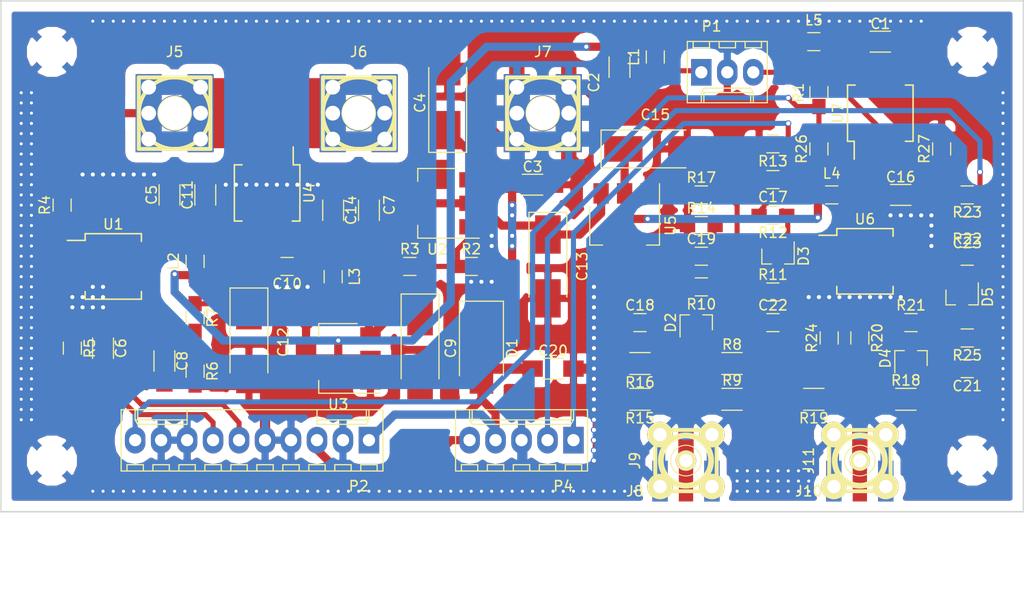
<source format=kicad_pcb>
(kicad_pcb (version 4) (host pcbnew 4.0.7)
  (layers (0 F.Cu signal) (31 B.Cu signal) (34 B.Paste user) (35 F.Paste user) (36 B.SilkS user) (37 F.SilkS user) (38 B.Mask user) (39 F.Mask user) (44 Edge.Cuts user))
  (net 0 "")
  (net 1 +5VA)
  (net 2 GND)
  (net 3 +12V)
  (net 4 "Net-(C3-Pad1)")
  (net 5 "Net-(C13-Pad1)")
  (net 6 "Net-(C6-Pad1)")
  (net 7 "Net-(C8-Pad1)")
  (net 8 +5VD)
  (net 9 "Net-(C16-Pad1)")
  (net 10 "Net-(C18-Pad2)")
  (net 11 "Net-(C21-Pad2)")
  (net 12 "Net-(D2-Pad2)")
  (net 13 "Net-(D3-Pad2)")
  (net 14 "Net-(D3-Pad1)")
  (net 15 "Net-(D4-Pad2)")
  (net 16 "Net-(D5-Pad2)")
  (net 17 "Net-(D5-Pad1)")
  (net 18 "Net-(P1-Pad3)")
  (net 19 "Net-(P2-Pad3)")
  (net 20 "Net-(P2-Pad6)")
  (net 21 "Net-(P2-Pad7)")
  (net 22 "Net-(J6-Pad1)")
  (net 23 "Net-(L1-Pad1)")
  (net 24 "Net-(C5-Pad1)")
  (net 25 "Net-(C10-Pad2)")
  (net 26 "Net-(C11-Pad1)")
  (net 27 "Net-(C14-Pad2)")
  (net 28 "Net-(C17-Pad1)")
  (net 29 "Net-(C19-Pad2)")
  (net 30 "Net-(C22-Pad2)")
  (net 31 "Net-(C23-Pad1)")
  (net 32 "Net-(J5-Pad1)")
  (net 33 "Net-(R2-Pad1)")
  (net 34 "Net-(R11-Pad2)")
  (net 35 "Net-(R21-Pad2)")
  (net 36 "Net-(C1-Pad1)")
  (net 37 "Net-(P2-Pad10)")
  (net 38 "Net-(R26-Pad1)")
  (net 39 "Net-(U7-Pad6)")
  (module via:via (layer F.Cu) (at 159 128)
    (fp_text reference REF** hide)
    (fp_text value via hide)
    (pad 1 thru_hole circle (at 0 0) (size 0.6 0.6) (drill 0.3) (layers *.Cu) (net 2 GND))
  )
  (module via:via (layer F.Cu) (at 158 128)
    (fp_text reference REF** hide)
    (fp_text value via hide)
    (pad 1 thru_hole circle (at 0 0) (size 0.6 0.6) (drill 0.3) (layers *.Cu) (net 2 GND))
  )
  (module via:via (layer F.Cu) (at 157 128)
    (fp_text reference REF** hide)
    (fp_text value via hide)
    (pad 1 thru_hole circle (at 0 0) (size 0.6 0.6) (drill 0.3) (layers *.Cu) (net 2 GND))
  )
  (module via:via (layer F.Cu) (at 156 128)
    (fp_text reference REF** hide)
    (fp_text value via hide)
    (pad 1 thru_hole circle (at 0 0) (size 0.6 0.6) (drill 0.3) (layers *.Cu) (net 2 GND))
  )
  (module via:via (layer F.Cu) (at 155 128)
    (fp_text reference REF** hide)
    (fp_text value via hide)
    (pad 1 thru_hole circle (at 0 0) (size 0.6 0.6) (drill 0.3) (layers *.Cu) (net 2 GND))
  )
  (module via:via (layer F.Cu) (at 154 128)
    (fp_text reference REF** hide)
    (fp_text value via hide)
    (pad 1 thru_hole circle (at 0 0) (size 0.6 0.6) (drill 0.3) (layers *.Cu) (net 2 GND))
  )
  (module via:via (layer F.Cu) (at 153 128)
    (fp_text reference REF** hide)
    (fp_text value via hide)
    (pad 1 thru_hole circle (at 0 0) (size 0.6 0.6) (drill 0.3) (layers *.Cu) (net 2 GND))
  )
  (module via:via (layer F.Cu) (at 152 128)
    (fp_text reference REF** hide)
    (fp_text value via hide)
    (pad 1 thru_hole circle (at 0 0) (size 0.6 0.6) (drill 0.3) (layers *.Cu) (net 2 GND))
  )
  (module via:via (layer F.Cu) (at 159 127)
    (fp_text reference REF** hide)
    (fp_text value via hide)
    (pad 1 thru_hole circle (at 0 0) (size 0.6 0.6) (drill 0.3) (layers *.Cu) (net 2 GND))
  )
  (module via:via (layer F.Cu) (at 158 127)
    (fp_text reference REF** hide)
    (fp_text value via hide)
    (pad 1 thru_hole circle (at 0 0) (size 0.6 0.6) (drill 0.3) (layers *.Cu) (net 2 GND))
  )
  (module via:via (layer F.Cu) (at 157 127)
    (fp_text reference REF** hide)
    (fp_text value via hide)
    (pad 1 thru_hole circle (at 0 0) (size 0.6 0.6) (drill 0.3) (layers *.Cu) (net 2 GND))
  )
  (module via:via (layer F.Cu) (at 156 127)
    (fp_text reference REF** hide)
    (fp_text value via hide)
    (pad 1 thru_hole circle (at 0 0) (size 0.6 0.6) (drill 0.3) (layers *.Cu) (net 2 GND))
  )
  (module via:via (layer F.Cu) (at 155 127)
    (fp_text reference REF** hide)
    (fp_text value via hide)
    (pad 1 thru_hole circle (at 0 0) (size 0.6 0.6) (drill 0.3) (layers *.Cu) (net 2 GND))
  )
  (module via:via (layer F.Cu) (at 154 127)
    (fp_text reference REF** hide)
    (fp_text value via hide)
    (pad 1 thru_hole circle (at 0 0) (size 0.6 0.6) (drill 0.3) (layers *.Cu) (net 2 GND))
  )
  (module via:via (layer F.Cu) (at 153 127)
    (fp_text reference REF** hide)
    (fp_text value via hide)
    (pad 1 thru_hole circle (at 0 0) (size 0.6 0.6) (drill 0.3) (layers *.Cu) (net 2 GND))
  )
  (module via:via (layer F.Cu) (at 152 127)
    (fp_text reference REF** hide)
    (fp_text value via hide)
    (pad 1 thru_hole circle (at 0 0) (size 0.6 0.6) (drill 0.3) (layers *.Cu) (net 2 GND))
  )
  (module via:via (layer F.Cu) (at 159 126)
    (fp_text reference REF** hide)
    (fp_text value via hide)
    (pad 1 thru_hole circle (at 0 0) (size 0.6 0.6) (drill 0.3) (layers *.Cu) (net 2 GND))
  )
  (module via:via (layer F.Cu) (at 158 126)
    (fp_text reference REF** hide)
    (fp_text value via hide)
    (pad 1 thru_hole circle (at 0 0) (size 0.6 0.6) (drill 0.3) (layers *.Cu) (net 2 GND))
  )
  (module via:via (layer F.Cu) (at 157 126)
    (fp_text reference REF** hide)
    (fp_text value via hide)
    (pad 1 thru_hole circle (at 0 0) (size 0.6 0.6) (drill 0.3) (layers *.Cu) (net 2 GND))
  )
  (module via:via (layer F.Cu) (at 156 126)
    (fp_text reference REF** hide)
    (fp_text value via hide)
    (pad 1 thru_hole circle (at 0 0) (size 0.6 0.6) (drill 0.3) (layers *.Cu) (net 2 GND))
  )
  (module via:via (layer F.Cu) (at 155 126)
    (fp_text reference REF** hide)
    (fp_text value via hide)
    (pad 1 thru_hole circle (at 0 0) (size 0.6 0.6) (drill 0.3) (layers *.Cu) (net 2 GND))
  )
  (module via:via (layer F.Cu) (at 154 126)
    (fp_text reference REF** hide)
    (fp_text value via hide)
    (pad 1 thru_hole circle (at 0 0) (size 0.6 0.6) (drill 0.3) (layers *.Cu) (net 2 GND))
  )
  (module via:via (layer F.Cu) (at 153 126)
    (fp_text reference REF** hide)
    (fp_text value via hide)
    (pad 1 thru_hole circle (at 0 0) (size 0.6 0.6) (drill 0.3) (layers *.Cu) (net 2 GND))
  )
  (module via:via (layer F.Cu) (at 83 121)
    (fp_text reference REF** hide)
    (fp_text value via hide)
    (pad 1 thru_hole circle (at 0 0) (size 0.6 0.6) (drill 0.3) (layers *.Cu) (net 2 GND))
  )
  (module via:via (layer F.Cu) (at 82 121)
    (fp_text reference REF** hide)
    (fp_text value via hide)
    (pad 1 thru_hole circle (at 0 0) (size 0.6 0.6) (drill 0.3) (layers *.Cu) (net 2 GND))
  )
  (module via:via (layer F.Cu) (at 83 120)
    (fp_text reference REF** hide)
    (fp_text value via hide)
    (pad 1 thru_hole circle (at 0 0) (size 0.6 0.6) (drill 0.3) (layers *.Cu) (net 2 GND))
  )
  (module via:via (layer F.Cu) (at 82 120)
    (fp_text reference REF** hide)
    (fp_text value via hide)
    (pad 1 thru_hole circle (at 0 0) (size 0.6 0.6) (drill 0.3) (layers *.Cu) (net 2 GND))
  )
  (module via:via (layer F.Cu) (at 83 119)
    (fp_text reference REF** hide)
    (fp_text value via hide)
    (pad 1 thru_hole circle (at 0 0) (size 0.6 0.6) (drill 0.3) (layers *.Cu) (net 2 GND))
  )
  (module via:via (layer F.Cu) (at 82 119)
    (fp_text reference REF** hide)
    (fp_text value via hide)
    (pad 1 thru_hole circle (at 0 0) (size 0.6 0.6) (drill 0.3) (layers *.Cu) (net 2 GND))
  )
  (module via:via (layer F.Cu) (at 83 118)
    (fp_text reference REF** hide)
    (fp_text value via hide)
    (pad 1 thru_hole circle (at 0 0) (size 0.6 0.6) (drill 0.3) (layers *.Cu) (net 2 GND))
  )
  (module via:via (layer F.Cu) (at 82 118)
    (fp_text reference REF** hide)
    (fp_text value via hide)
    (pad 1 thru_hole circle (at 0 0) (size 0.6 0.6) (drill 0.3) (layers *.Cu) (net 2 GND))
  )
  (module via:via (layer F.Cu) (at 83 117)
    (fp_text reference REF** hide)
    (fp_text value via hide)
    (pad 1 thru_hole circle (at 0 0) (size 0.6 0.6) (drill 0.3) (layers *.Cu) (net 2 GND))
  )
  (module via:via (layer F.Cu) (at 82 117)
    (fp_text reference REF** hide)
    (fp_text value via hide)
    (pad 1 thru_hole circle (at 0 0) (size 0.6 0.6) (drill 0.3) (layers *.Cu) (net 2 GND))
  )
  (module via:via (layer F.Cu) (at 83 116)
    (fp_text reference REF** hide)
    (fp_text value via hide)
    (pad 1 thru_hole circle (at 0 0) (size 0.6 0.6) (drill 0.3) (layers *.Cu) (net 2 GND))
  )
  (module via:via (layer F.Cu) (at 82 116)
    (fp_text reference REF** hide)
    (fp_text value via hide)
    (pad 1 thru_hole circle (at 0 0) (size 0.6 0.6) (drill 0.3) (layers *.Cu) (net 2 GND))
  )
  (module via:via (layer F.Cu) (at 83 115)
    (fp_text reference REF** hide)
    (fp_text value via hide)
    (pad 1 thru_hole circle (at 0 0) (size 0.6 0.6) (drill 0.3) (layers *.Cu) (net 2 GND))
  )
  (module via:via (layer F.Cu) (at 82 115)
    (fp_text reference REF** hide)
    (fp_text value via hide)
    (pad 1 thru_hole circle (at 0 0) (size 0.6 0.6) (drill 0.3) (layers *.Cu) (net 2 GND))
  )
  (module via:via (layer F.Cu) (at 83 114)
    (fp_text reference REF** hide)
    (fp_text value via hide)
    (pad 1 thru_hole circle (at 0 0) (size 0.6 0.6) (drill 0.3) (layers *.Cu) (net 2 GND))
  )
  (module via:via (layer F.Cu) (at 82 114)
    (fp_text reference REF** hide)
    (fp_text value via hide)
    (pad 1 thru_hole circle (at 0 0) (size 0.6 0.6) (drill 0.3) (layers *.Cu) (net 2 GND))
  )
  (module via:via (layer F.Cu) (at 83 113)
    (fp_text reference REF** hide)
    (fp_text value via hide)
    (pad 1 thru_hole circle (at 0 0) (size 0.6 0.6) (drill 0.3) (layers *.Cu) (net 2 GND))
  )
  (module via:via (layer F.Cu) (at 82 113)
    (fp_text reference REF** hide)
    (fp_text value via hide)
    (pad 1 thru_hole circle (at 0 0) (size 0.6 0.6) (drill 0.3) (layers *.Cu) (net 2 GND))
  )
  (module via:via (layer F.Cu) (at 83 112)
    (fp_text reference REF** hide)
    (fp_text value via hide)
    (pad 1 thru_hole circle (at 0 0) (size 0.6 0.6) (drill 0.3) (layers *.Cu) (net 2 GND))
  )
  (module via:via (layer F.Cu) (at 82 112)
    (fp_text reference REF** hide)
    (fp_text value via hide)
    (pad 1 thru_hole circle (at 0 0) (size 0.6 0.6) (drill 0.3) (layers *.Cu) (net 2 GND))
  )
  (module via:via (layer F.Cu) (at 83 111)
    (fp_text reference REF** hide)
    (fp_text value via hide)
    (pad 1 thru_hole circle (at 0 0) (size 0.6 0.6) (drill 0.3) (layers *.Cu) (net 2 GND))
  )
  (module via:via (layer F.Cu) (at 82 111)
    (fp_text reference REF** hide)
    (fp_text value via hide)
    (pad 1 thru_hole circle (at 0 0) (size 0.6 0.6) (drill 0.3) (layers *.Cu) (net 2 GND))
  )
  (module via:via (layer F.Cu) (at 83 110)
    (fp_text reference REF** hide)
    (fp_text value via hide)
    (pad 1 thru_hole circle (at 0 0) (size 0.6 0.6) (drill 0.3) (layers *.Cu) (net 2 GND))
  )
  (module via:via (layer F.Cu) (at 82 110)
    (fp_text reference REF** hide)
    (fp_text value via hide)
    (pad 1 thru_hole circle (at 0 0) (size 0.6 0.6) (drill 0.3) (layers *.Cu) (net 2 GND))
  )
  (module via:via (layer F.Cu) (at 83 109)
    (fp_text reference REF** hide)
    (fp_text value via hide)
    (pad 1 thru_hole circle (at 0 0) (size 0.6 0.6) (drill 0.3) (layers *.Cu) (net 2 GND))
  )
  (module via:via (layer F.Cu) (at 82 109)
    (fp_text reference REF** hide)
    (fp_text value via hide)
    (pad 1 thru_hole circle (at 0 0) (size 0.6 0.6) (drill 0.3) (layers *.Cu) (net 2 GND))
  )
  (module via:via (layer F.Cu) (at 83 108)
    (fp_text reference REF** hide)
    (fp_text value via hide)
    (pad 1 thru_hole circle (at 0 0) (size 0.6 0.6) (drill 0.3) (layers *.Cu) (net 2 GND))
  )
  (module via:via (layer F.Cu) (at 82 108)
    (fp_text reference REF** hide)
    (fp_text value via hide)
    (pad 1 thru_hole circle (at 0 0) (size 0.6 0.6) (drill 0.3) (layers *.Cu) (net 2 GND))
  )
  (module via:via (layer F.Cu) (at 83 107)
    (fp_text reference REF** hide)
    (fp_text value via hide)
    (pad 1 thru_hole circle (at 0 0) (size 0.6 0.6) (drill 0.3) (layers *.Cu) (net 2 GND))
  )
  (module via:via (layer F.Cu) (at 82 107)
    (fp_text reference REF** hide)
    (fp_text value via hide)
    (pad 1 thru_hole circle (at 0 0) (size 0.6 0.6) (drill 0.3) (layers *.Cu) (net 2 GND))
  )
  (module via:via (layer F.Cu) (at 83 106)
    (fp_text reference REF** hide)
    (fp_text value via hide)
    (pad 1 thru_hole circle (at 0 0) (size 0.6 0.6) (drill 0.3) (layers *.Cu) (net 2 GND))
  )
  (module via:via (layer F.Cu) (at 82 106)
    (fp_text reference REF** hide)
    (fp_text value via hide)
    (pad 1 thru_hole circle (at 0 0) (size 0.6 0.6) (drill 0.3) (layers *.Cu) (net 2 GND))
  )
  (module via:via (layer F.Cu) (at 83 105)
    (fp_text reference REF** hide)
    (fp_text value via hide)
    (pad 1 thru_hole circle (at 0 0) (size 0.6 0.6) (drill 0.3) (layers *.Cu) (net 2 GND))
  )
  (module via:via (layer F.Cu) (at 82 105)
    (fp_text reference REF** hide)
    (fp_text value via hide)
    (pad 1 thru_hole circle (at 0 0) (size 0.6 0.6) (drill 0.3) (layers *.Cu) (net 2 GND))
  )
  (module via:via (layer F.Cu) (at 83 104)
    (fp_text reference REF** hide)
    (fp_text value via hide)
    (pad 1 thru_hole circle (at 0 0) (size 0.6 0.6) (drill 0.3) (layers *.Cu) (net 2 GND))
  )
  (module via:via (layer F.Cu) (at 82 104)
    (fp_text reference REF** hide)
    (fp_text value via hide)
    (pad 1 thru_hole circle (at 0 0) (size 0.6 0.6) (drill 0.3) (layers *.Cu) (net 2 GND))
  )
  (module via:via (layer F.Cu) (at 83 103)
    (fp_text reference REF** hide)
    (fp_text value via hide)
    (pad 1 thru_hole circle (at 0 0) (size 0.6 0.6) (drill 0.3) (layers *.Cu) (net 2 GND))
  )
  (module via:via (layer F.Cu) (at 82 103)
    (fp_text reference REF** hide)
    (fp_text value via hide)
    (pad 1 thru_hole circle (at 0 0) (size 0.6 0.6) (drill 0.3) (layers *.Cu) (net 2 GND))
  )
  (module via:via (layer F.Cu) (at 83 102)
    (fp_text reference REF** hide)
    (fp_text value via hide)
    (pad 1 thru_hole circle (at 0 0) (size 0.6 0.6) (drill 0.3) (layers *.Cu) (net 2 GND))
  )
  (module via:via (layer F.Cu) (at 82 102)
    (fp_text reference REF** hide)
    (fp_text value via hide)
    (pad 1 thru_hole circle (at 0 0) (size 0.6 0.6) (drill 0.3) (layers *.Cu) (net 2 GND))
  )
  (module via:via (layer F.Cu) (at 83 101)
    (fp_text reference REF** hide)
    (fp_text value via hide)
    (pad 1 thru_hole circle (at 0 0) (size 0.6 0.6) (drill 0.3) (layers *.Cu) (net 2 GND))
  )
  (module via:via (layer F.Cu) (at 82 101)
    (fp_text reference REF** hide)
    (fp_text value via hide)
    (pad 1 thru_hole circle (at 0 0) (size 0.6 0.6) (drill 0.3) (layers *.Cu) (net 2 GND))
  )
  (module via:via (layer F.Cu) (at 83 100)
    (fp_text reference REF** hide)
    (fp_text value via hide)
    (pad 1 thru_hole circle (at 0 0) (size 0.6 0.6) (drill 0.3) (layers *.Cu) (net 2 GND))
  )
  (module via:via (layer F.Cu) (at 82 100)
    (fp_text reference REF** hide)
    (fp_text value via hide)
    (pad 1 thru_hole circle (at 0 0) (size 0.6 0.6) (drill 0.3) (layers *.Cu) (net 2 GND))
  )
  (module via:via (layer F.Cu) (at 83 99)
    (fp_text reference REF** hide)
    (fp_text value via hide)
    (pad 1 thru_hole circle (at 0 0) (size 0.6 0.6) (drill 0.3) (layers *.Cu) (net 2 GND))
  )
  (module via:via (layer F.Cu) (at 82 99)
    (fp_text reference REF** hide)
    (fp_text value via hide)
    (pad 1 thru_hole circle (at 0 0) (size 0.6 0.6) (drill 0.3) (layers *.Cu) (net 2 GND))
  )
  (module via:via (layer F.Cu) (at 83 98)
    (fp_text reference REF** hide)
    (fp_text value via hide)
    (pad 1 thru_hole circle (at 0 0) (size 0.6 0.6) (drill 0.3) (layers *.Cu) (net 2 GND))
  )
  (module via:via (layer F.Cu) (at 82 98)
    (fp_text reference REF** hide)
    (fp_text value via hide)
    (pad 1 thru_hole circle (at 0 0) (size 0.6 0.6) (drill 0.3) (layers *.Cu) (net 2 GND))
  )
  (module via:via (layer F.Cu) (at 83 97)
    (fp_text reference REF** hide)
    (fp_text value via hide)
    (pad 1 thru_hole circle (at 0 0) (size 0.6 0.6) (drill 0.3) (layers *.Cu) (net 2 GND))
  )
  (module via:via (layer F.Cu) (at 82 97)
    (fp_text reference REF** hide)
    (fp_text value via hide)
    (pad 1 thru_hole circle (at 0 0) (size 0.6 0.6) (drill 0.3) (layers *.Cu) (net 2 GND))
  )
  (module via:via (layer F.Cu) (at 83 96)
    (fp_text reference REF** hide)
    (fp_text value via hide)
    (pad 1 thru_hole circle (at 0 0) (size 0.6 0.6) (drill 0.3) (layers *.Cu) (net 2 GND))
  )
  (module via:via (layer F.Cu) (at 82 96)
    (fp_text reference REF** hide)
    (fp_text value via hide)
    (pad 1 thru_hole circle (at 0 0) (size 0.6 0.6) (drill 0.3) (layers *.Cu) (net 2 GND))
  )
  (module via:via (layer F.Cu) (at 83 95)
    (fp_text reference REF** hide)
    (fp_text value via hide)
    (pad 1 thru_hole circle (at 0 0) (size 0.6 0.6) (drill 0.3) (layers *.Cu) (net 2 GND))
  )
  (module via:via (layer F.Cu) (at 82 95)
    (fp_text reference REF** hide)
    (fp_text value via hide)
    (pad 1 thru_hole circle (at 0 0) (size 0.6 0.6) (drill 0.3) (layers *.Cu) (net 2 GND))
  )
  (module via:via (layer F.Cu) (at 83 94)
    (fp_text reference REF** hide)
    (fp_text value via hide)
    (pad 1 thru_hole circle (at 0 0) (size 0.6 0.6) (drill 0.3) (layers *.Cu) (net 2 GND))
  )
  (module via:via (layer F.Cu) (at 82 94)
    (fp_text reference REF** hide)
    (fp_text value via hide)
    (pad 1 thru_hole circle (at 0 0) (size 0.6 0.6) (drill 0.3) (layers *.Cu) (net 2 GND))
  )
  (module via:via (layer F.Cu) (at 83 93)
    (fp_text reference REF** hide)
    (fp_text value via hide)
    (pad 1 thru_hole circle (at 0 0) (size 0.6 0.6) (drill 0.3) (layers *.Cu) (net 2 GND))
  )
  (module via:via (layer F.Cu) (at 82 93)
    (fp_text reference REF** hide)
    (fp_text value via hide)
    (pad 1 thru_hole circle (at 0 0) (size 0.6 0.6) (drill 0.3) (layers *.Cu) (net 2 GND))
  )
  (module via:via (layer F.Cu) (at 83 92)
    (fp_text reference REF** hide)
    (fp_text value via hide)
    (pad 1 thru_hole circle (at 0 0) (size 0.6 0.6) (drill 0.3) (layers *.Cu) (net 2 GND))
  )
  (module via:via (layer F.Cu) (at 82 92)
    (fp_text reference REF** hide)
    (fp_text value via hide)
    (pad 1 thru_hole circle (at 0 0) (size 0.6 0.6) (drill 0.3) (layers *.Cu) (net 2 GND))
  )
  (module via:via (layer F.Cu) (at 83 91)
    (fp_text reference REF** hide)
    (fp_text value via hide)
    (pad 1 thru_hole circle (at 0 0) (size 0.6 0.6) (drill 0.3) (layers *.Cu) (net 2 GND))
  )
  (module via:via (layer F.Cu) (at 82 91)
    (fp_text reference REF** hide)
    (fp_text value via hide)
    (pad 1 thru_hole circle (at 0 0) (size 0.6 0.6) (drill 0.3) (layers *.Cu) (net 2 GND))
  )
  (module via:via (layer F.Cu) (at 83 90)
    (fp_text reference REF** hide)
    (fp_text value via hide)
    (pad 1 thru_hole circle (at 0 0) (size 0.6 0.6) (drill 0.3) (layers *.Cu) (net 2 GND))
  )
  (module via:via (layer F.Cu) (at 82 90)
    (fp_text reference REF** hide)
    (fp_text value via hide)
    (pad 1 thru_hole circle (at 0 0) (size 0.6 0.6) (drill 0.3) (layers *.Cu) (net 2 GND))
  )
  (module via:via (layer F.Cu) (at 83 89)
    (fp_text reference REF** hide)
    (fp_text value via hide)
    (pad 1 thru_hole circle (at 0 0) (size 0.6 0.6) (drill 0.3) (layers *.Cu) (net 2 GND))
  )
  (module via:via (layer F.Cu) (at 152 126)
    (fp_text reference REF** hide)
    (fp_text value via hide)
    (pad 1 thru_hole circle (at 0 0) (size 0.6 0.6) (drill 0.3) (layers *.Cu) (net 2 GND))
  )
  (module via:via (layer F.Cu) (at 82 89)
    (fp_text reference REF** hide)
    (fp_text value via hide)
    (pad 1 thru_hole circle (at 0 0) (size 0.6 0.6) (drill 0.3) (layers *.Cu) (net 2 GND))
  )
  (module via:via (layer F.Cu) (at 178 121)
    (fp_text reference REF** hide)
    (fp_text value via hide)
    (pad 1 thru_hole circle (at 0 0) (size 0.6 0.6) (drill 0.3) (layers *.Cu) (net 2 GND))
  )
  (module via:via (layer F.Cu) (at 178 120)
    (fp_text reference REF** hide)
    (fp_text value via hide)
    (pad 1 thru_hole circle (at 0 0) (size 0.6 0.6) (drill 0.3) (layers *.Cu) (net 2 GND))
  )
  (module via:via (layer F.Cu) (at 178 119)
    (fp_text reference REF** hide)
    (fp_text value via hide)
    (pad 1 thru_hole circle (at 0 0) (size 0.6 0.6) (drill 0.3) (layers *.Cu) (net 2 GND))
  )
  (module via:via (layer F.Cu) (at 178 118)
    (fp_text reference REF** hide)
    (fp_text value via hide)
    (pad 1 thru_hole circle (at 0 0) (size 0.6 0.6) (drill 0.3) (layers *.Cu) (net 2 GND))
  )
  (module via:via (layer F.Cu) (at 178 117)
    (fp_text reference REF** hide)
    (fp_text value via hide)
    (pad 1 thru_hole circle (at 0 0) (size 0.6 0.6) (drill 0.3) (layers *.Cu) (net 2 GND))
  )
  (module via:via (layer F.Cu) (at 178 116)
    (fp_text reference REF** hide)
    (fp_text value via hide)
    (pad 1 thru_hole circle (at 0 0) (size 0.6 0.6) (drill 0.3) (layers *.Cu) (net 2 GND))
  )
  (module via:via (layer F.Cu) (at 178 115)
    (fp_text reference REF** hide)
    (fp_text value via hide)
    (pad 1 thru_hole circle (at 0 0) (size 0.6 0.6) (drill 0.3) (layers *.Cu) (net 2 GND))
  )
  (module via:via (layer F.Cu) (at 178 114)
    (fp_text reference REF** hide)
    (fp_text value via hide)
    (pad 1 thru_hole circle (at 0 0) (size 0.6 0.6) (drill 0.3) (layers *.Cu) (net 2 GND))
  )
  (module via:via (layer F.Cu) (at 178 113)
    (fp_text reference REF** hide)
    (fp_text value via hide)
    (pad 1 thru_hole circle (at 0 0) (size 0.6 0.6) (drill 0.3) (layers *.Cu) (net 2 GND))
  )
  (module via:via (layer F.Cu) (at 178 112)
    (fp_text reference REF** hide)
    (fp_text value via hide)
    (pad 1 thru_hole circle (at 0 0) (size 0.6 0.6) (drill 0.3) (layers *.Cu) (net 2 GND))
  )
  (module via:via (layer F.Cu) (at 178 111)
    (fp_text reference REF** hide)
    (fp_text value via hide)
    (pad 1 thru_hole circle (at 0 0) (size 0.6 0.6) (drill 0.3) (layers *.Cu) (net 2 GND))
  )
  (module via:via (layer F.Cu) (at 178 110)
    (fp_text reference REF** hide)
    (fp_text value via hide)
    (pad 1 thru_hole circle (at 0 0) (size 0.6 0.6) (drill 0.3) (layers *.Cu) (net 2 GND))
  )
  (module via:via (layer F.Cu) (at 178 109)
    (fp_text reference REF** hide)
    (fp_text value via hide)
    (pad 1 thru_hole circle (at 0 0) (size 0.6 0.6) (drill 0.3) (layers *.Cu) (net 2 GND))
  )
  (module via:via (layer F.Cu) (at 178 108)
    (fp_text reference REF** hide)
    (fp_text value via hide)
    (pad 1 thru_hole circle (at 0 0) (size 0.6 0.6) (drill 0.3) (layers *.Cu) (net 2 GND))
  )
  (module via:via (layer F.Cu) (at 178 107)
    (fp_text reference REF** hide)
    (fp_text value via hide)
    (pad 1 thru_hole circle (at 0 0) (size 0.6 0.6) (drill 0.3) (layers *.Cu) (net 2 GND))
  )
  (module via:via (layer F.Cu) (at 178 106)
    (fp_text reference REF** hide)
    (fp_text value via hide)
    (pad 1 thru_hole circle (at 0 0) (size 0.6 0.6) (drill 0.3) (layers *.Cu) (net 2 GND))
  )
  (module via:via (layer F.Cu) (at 178 105)
    (fp_text reference REF** hide)
    (fp_text value via hide)
    (pad 1 thru_hole circle (at 0 0) (size 0.6 0.6) (drill 0.3) (layers *.Cu) (net 2 GND))
  )
  (module via:via (layer F.Cu) (at 178 104)
    (fp_text reference REF** hide)
    (fp_text value via hide)
    (pad 1 thru_hole circle (at 0 0) (size 0.6 0.6) (drill 0.3) (layers *.Cu) (net 2 GND))
  )
  (module via:via (layer F.Cu) (at 178 103)
    (fp_text reference REF** hide)
    (fp_text value via hide)
    (pad 1 thru_hole circle (at 0 0) (size 0.6 0.6) (drill 0.3) (layers *.Cu) (net 2 GND))
  )
  (module via:via (layer F.Cu) (at 178 102)
    (fp_text reference REF** hide)
    (fp_text value via hide)
    (pad 1 thru_hole circle (at 0 0) (size 0.6 0.6) (drill 0.3) (layers *.Cu) (net 2 GND))
  )
  (module via:via (layer F.Cu) (at 178 101)
    (fp_text reference REF** hide)
    (fp_text value via hide)
    (pad 1 thru_hole circle (at 0 0) (size 0.6 0.6) (drill 0.3) (layers *.Cu) (net 2 GND))
  )
  (module via:via (layer F.Cu) (at 178 100)
    (fp_text reference REF** hide)
    (fp_text value via hide)
    (pad 1 thru_hole circle (at 0 0) (size 0.6 0.6) (drill 0.3) (layers *.Cu) (net 2 GND))
  )
  (module via:via (layer F.Cu) (at 178 99)
    (fp_text reference REF** hide)
    (fp_text value via hide)
    (pad 1 thru_hole circle (at 0 0) (size 0.6 0.6) (drill 0.3) (layers *.Cu) (net 2 GND))
  )
  (module via:via (layer F.Cu) (at 178 98)
    (fp_text reference REF** hide)
    (fp_text value via hide)
    (pad 1 thru_hole circle (at 0 0) (size 0.6 0.6) (drill 0.3) (layers *.Cu) (net 2 GND))
  )
  (module via:via (layer F.Cu) (at 178 97)
    (fp_text reference REF** hide)
    (fp_text value via hide)
    (pad 1 thru_hole circle (at 0 0) (size 0.6 0.6) (drill 0.3) (layers *.Cu) (net 2 GND))
  )
  (module via:via (layer F.Cu) (at 178 96)
    (fp_text reference REF** hide)
    (fp_text value via hide)
    (pad 1 thru_hole circle (at 0 0) (size 0.6 0.6) (drill 0.3) (layers *.Cu) (net 2 GND))
  )
  (module via:via (layer F.Cu) (at 178 95)
    (fp_text reference REF** hide)
    (fp_text value via hide)
    (pad 1 thru_hole circle (at 0 0) (size 0.6 0.6) (drill 0.3) (layers *.Cu) (net 2 GND))
  )
  (module via:via (layer F.Cu) (at 178 94)
    (fp_text reference REF** hide)
    (fp_text value via hide)
    (pad 1 thru_hole circle (at 0 0) (size 0.6 0.6) (drill 0.3) (layers *.Cu) (net 2 GND))
  )
  (module via:via (layer F.Cu) (at 178 93)
    (fp_text reference REF** hide)
    (fp_text value via hide)
    (pad 1 thru_hole circle (at 0 0) (size 0.6 0.6) (drill 0.3) (layers *.Cu) (net 2 GND))
  )
  (module via:via (layer F.Cu) (at 178 92)
    (fp_text reference REF** hide)
    (fp_text value via hide)
    (pad 1 thru_hole circle (at 0 0) (size 0.6 0.6) (drill 0.3) (layers *.Cu) (net 2 GND))
  )
  (module via:via (layer F.Cu) (at 178 91)
    (fp_text reference REF** hide)
    (fp_text value via hide)
    (pad 1 thru_hole circle (at 0 0) (size 0.6 0.6) (drill 0.3) (layers *.Cu) (net 2 GND))
  )
  (module via:via (layer F.Cu) (at 178 90)
    (fp_text reference REF** hide)
    (fp_text value via hide)
    (pad 1 thru_hole circle (at 0 0) (size 0.6 0.6) (drill 0.3) (layers *.Cu) (net 2 GND))
  )
  (module via:via (layer F.Cu) (at 142 128)
    (fp_text reference REF** hide)
    (fp_text value via hide)
    (pad 1 thru_hole circle (at 0 0) (size 0.6 0.6) (drill 0.3) (layers *.Cu) (net 2 GND))
  )
  (module via:via (layer F.Cu) (at 141 128)
    (fp_text reference REF** hide)
    (fp_text value via hide)
    (pad 1 thru_hole circle (at 0 0) (size 0.6 0.6) (drill 0.3) (layers *.Cu) (net 2 GND))
  )
  (module via:via (layer F.Cu) (at 140 128)
    (fp_text reference REF** hide)
    (fp_text value via hide)
    (pad 1 thru_hole circle (at 0 0) (size 0.6 0.6) (drill 0.3) (layers *.Cu) (net 2 GND))
  )
  (module via:via (layer F.Cu) (at 139 128)
    (fp_text reference REF** hide)
    (fp_text value via hide)
    (pad 1 thru_hole circle (at 0 0) (size 0.6 0.6) (drill 0.3) (layers *.Cu) (net 2 GND))
  )
  (module via:via (layer F.Cu) (at 138 128)
    (fp_text reference REF** hide)
    (fp_text value via hide)
    (pad 1 thru_hole circle (at 0 0) (size 0.6 0.6) (drill 0.3) (layers *.Cu) (net 2 GND))
  )
  (module via:via (layer F.Cu) (at 137 128)
    (fp_text reference REF** hide)
    (fp_text value via hide)
    (pad 1 thru_hole circle (at 0 0) (size 0.6 0.6) (drill 0.3) (layers *.Cu) (net 2 GND))
  )
  (module via:via (layer F.Cu) (at 136 128)
    (fp_text reference REF** hide)
    (fp_text value via hide)
    (pad 1 thru_hole circle (at 0 0) (size 0.6 0.6) (drill 0.3) (layers *.Cu) (net 2 GND))
  )
  (module via:via (layer F.Cu) (at 135 128)
    (fp_text reference REF** hide)
    (fp_text value via hide)
    (pad 1 thru_hole circle (at 0 0) (size 0.6 0.6) (drill 0.3) (layers *.Cu) (net 2 GND))
  )
  (module via:via (layer F.Cu) (at 134 128)
    (fp_text reference REF** hide)
    (fp_text value via hide)
    (pad 1 thru_hole circle (at 0 0) (size 0.6 0.6) (drill 0.3) (layers *.Cu) (net 2 GND))
  )
  (module via:via (layer F.Cu) (at 133 128)
    (fp_text reference REF** hide)
    (fp_text value via hide)
    (pad 1 thru_hole circle (at 0 0) (size 0.6 0.6) (drill 0.3) (layers *.Cu) (net 2 GND))
  )
  (module via:via (layer F.Cu) (at 132 128)
    (fp_text reference REF** hide)
    (fp_text value via hide)
    (pad 1 thru_hole circle (at 0 0) (size 0.6 0.6) (drill 0.3) (layers *.Cu) (net 2 GND))
  )
  (module via:via (layer F.Cu) (at 131 128)
    (fp_text reference REF** hide)
    (fp_text value via hide)
    (pad 1 thru_hole circle (at 0 0) (size 0.6 0.6) (drill 0.3) (layers *.Cu) (net 2 GND))
  )
  (module via:via (layer F.Cu) (at 130 128)
    (fp_text reference REF** hide)
    (fp_text value via hide)
    (pad 1 thru_hole circle (at 0 0) (size 0.6 0.6) (drill 0.3) (layers *.Cu) (net 2 GND))
  )
  (module via:via (layer F.Cu) (at 129 128)
    (fp_text reference REF** hide)
    (fp_text value via hide)
    (pad 1 thru_hole circle (at 0 0) (size 0.6 0.6) (drill 0.3) (layers *.Cu) (net 2 GND))
  )
  (module via:via (layer F.Cu) (at 128 128)
    (fp_text reference REF** hide)
    (fp_text value via hide)
    (pad 1 thru_hole circle (at 0 0) (size 0.6 0.6) (drill 0.3) (layers *.Cu) (net 2 GND))
  )
  (module via:via (layer F.Cu) (at 127 128)
    (fp_text reference REF** hide)
    (fp_text value via hide)
    (pad 1 thru_hole circle (at 0 0) (size 0.6 0.6) (drill 0.3) (layers *.Cu) (net 2 GND))
  )
  (module via:via (layer F.Cu) (at 126 128)
    (fp_text reference REF** hide)
    (fp_text value via hide)
    (pad 1 thru_hole circle (at 0 0) (size 0.6 0.6) (drill 0.3) (layers *.Cu) (net 2 GND))
  )
  (module via:via (layer F.Cu) (at 125 128)
    (fp_text reference REF** hide)
    (fp_text value via hide)
    (pad 1 thru_hole circle (at 0 0) (size 0.6 0.6) (drill 0.3) (layers *.Cu) (net 2 GND))
  )
  (module via:via (layer F.Cu) (at 124 128)
    (fp_text reference REF** hide)
    (fp_text value via hide)
    (pad 1 thru_hole circle (at 0 0) (size 0.6 0.6) (drill 0.3) (layers *.Cu) (net 2 GND))
  )
  (module via:via (layer F.Cu) (at 123 128)
    (fp_text reference REF** hide)
    (fp_text value via hide)
    (pad 1 thru_hole circle (at 0 0) (size 0.6 0.6) (drill 0.3) (layers *.Cu) (net 2 GND))
  )
  (module via:via (layer F.Cu) (at 122 128)
    (fp_text reference REF** hide)
    (fp_text value via hide)
    (pad 1 thru_hole circle (at 0 0) (size 0.6 0.6) (drill 0.3) (layers *.Cu) (net 2 GND))
  )
  (module via:via (layer F.Cu) (at 121 128)
    (fp_text reference REF** hide)
    (fp_text value via hide)
    (pad 1 thru_hole circle (at 0 0) (size 0.6 0.6) (drill 0.3) (layers *.Cu) (net 2 GND))
  )
  (module via:via (layer F.Cu) (at 120 128)
    (fp_text reference REF** hide)
    (fp_text value via hide)
    (pad 1 thru_hole circle (at 0 0) (size 0.6 0.6) (drill 0.3) (layers *.Cu) (net 2 GND))
  )
  (module via:via (layer F.Cu) (at 119 128)
    (fp_text reference REF** hide)
    (fp_text value via hide)
    (pad 1 thru_hole circle (at 0 0) (size 0.6 0.6) (drill 0.3) (layers *.Cu) (net 2 GND))
  )
  (module via:via (layer F.Cu) (at 118 128)
    (fp_text reference REF** hide)
    (fp_text value via hide)
    (pad 1 thru_hole circle (at 0 0) (size 0.6 0.6) (drill 0.3) (layers *.Cu) (net 2 GND))
  )
  (module via:via (layer F.Cu) (at 117 128)
    (fp_text reference REF** hide)
    (fp_text value via hide)
    (pad 1 thru_hole circle (at 0 0) (size 0.6 0.6) (drill 0.3) (layers *.Cu) (net 2 GND))
  )
  (module via:via (layer F.Cu) (at 116 128)
    (fp_text reference REF** hide)
    (fp_text value via hide)
    (pad 1 thru_hole circle (at 0 0) (size 0.6 0.6) (drill 0.3) (layers *.Cu) (net 2 GND))
  )
  (module via:via (layer F.Cu) (at 115 128)
    (fp_text reference REF** hide)
    (fp_text value via hide)
    (pad 1 thru_hole circle (at 0 0) (size 0.6 0.6) (drill 0.3) (layers *.Cu) (net 2 GND))
  )
  (module via:via (layer F.Cu) (at 114 128)
    (fp_text reference REF** hide)
    (fp_text value via hide)
    (pad 1 thru_hole circle (at 0 0) (size 0.6 0.6) (drill 0.3) (layers *.Cu) (net 2 GND))
  )
  (module via:via (layer F.Cu) (at 113 128)
    (fp_text reference REF** hide)
    (fp_text value via hide)
    (pad 1 thru_hole circle (at 0 0) (size 0.6 0.6) (drill 0.3) (layers *.Cu) (net 2 GND))
  )
  (module via:via (layer F.Cu) (at 112 128)
    (fp_text reference REF** hide)
    (fp_text value via hide)
    (pad 1 thru_hole circle (at 0 0) (size 0.6 0.6) (drill 0.3) (layers *.Cu) (net 2 GND))
  )
  (module via:via (layer F.Cu) (at 111 128)
    (fp_text reference REF** hide)
    (fp_text value via hide)
    (pad 1 thru_hole circle (at 0 0) (size 0.6 0.6) (drill 0.3) (layers *.Cu) (net 2 GND))
  )
  (module via:via (layer F.Cu) (at 110 128)
    (fp_text reference REF** hide)
    (fp_text value via hide)
    (pad 1 thru_hole circle (at 0 0) (size 0.6 0.6) (drill 0.3) (layers *.Cu) (net 2 GND))
  )
  (module via:via (layer F.Cu) (at 109 128)
    (fp_text reference REF** hide)
    (fp_text value via hide)
    (pad 1 thru_hole circle (at 0 0) (size 0.6 0.6) (drill 0.3) (layers *.Cu) (net 2 GND))
  )
  (module via:via (layer F.Cu) (at 108 128)
    (fp_text reference REF** hide)
    (fp_text value via hide)
    (pad 1 thru_hole circle (at 0 0) (size 0.6 0.6) (drill 0.3) (layers *.Cu) (net 2 GND))
  )
  (module via:via (layer F.Cu) (at 107 128)
    (fp_text reference REF** hide)
    (fp_text value via hide)
    (pad 1 thru_hole circle (at 0 0) (size 0.6 0.6) (drill 0.3) (layers *.Cu) (net 2 GND))
  )
  (module via:via (layer F.Cu) (at 106 128)
    (fp_text reference REF** hide)
    (fp_text value via hide)
    (pad 1 thru_hole circle (at 0 0) (size 0.6 0.6) (drill 0.3) (layers *.Cu) (net 2 GND))
  )
  (module via:via (layer F.Cu) (at 105 128)
    (fp_text reference REF** hide)
    (fp_text value via hide)
    (pad 1 thru_hole circle (at 0 0) (size 0.6 0.6) (drill 0.3) (layers *.Cu) (net 2 GND))
  )
  (module via:via (layer F.Cu) (at 104 128)
    (fp_text reference REF** hide)
    (fp_text value via hide)
    (pad 1 thru_hole circle (at 0 0) (size 0.6 0.6) (drill 0.3) (layers *.Cu) (net 2 GND))
  )
  (module via:via (layer F.Cu) (at 103 128)
    (fp_text reference REF** hide)
    (fp_text value via hide)
    (pad 1 thru_hole circle (at 0 0) (size 0.6 0.6) (drill 0.3) (layers *.Cu) (net 2 GND))
  )
  (module via:via (layer F.Cu) (at 102 128)
    (fp_text reference REF** hide)
    (fp_text value via hide)
    (pad 1 thru_hole circle (at 0 0) (size 0.6 0.6) (drill 0.3) (layers *.Cu) (net 2 GND))
  )
  (module via:via (layer F.Cu) (at 101 128)
    (fp_text reference REF** hide)
    (fp_text value via hide)
    (pad 1 thru_hole circle (at 0 0) (size 0.6 0.6) (drill 0.3) (layers *.Cu) (net 2 GND))
  )
  (module via:via (layer F.Cu) (at 100 128)
    (fp_text reference REF** hide)
    (fp_text value via hide)
    (pad 1 thru_hole circle (at 0 0) (size 0.6 0.6) (drill 0.3) (layers *.Cu) (net 2 GND))
  )
  (module via:via (layer F.Cu) (at 99 128)
    (fp_text reference REF** hide)
    (fp_text value via hide)
    (pad 1 thru_hole circle (at 0 0) (size 0.6 0.6) (drill 0.3) (layers *.Cu) (net 2 GND))
  )
  (module via:via (layer F.Cu) (at 98 128)
    (fp_text reference REF** hide)
    (fp_text value via hide)
    (pad 1 thru_hole circle (at 0 0) (size 0.6 0.6) (drill 0.3) (layers *.Cu) (net 2 GND))
  )
  (module via:via (layer F.Cu) (at 97 128)
    (fp_text reference REF** hide)
    (fp_text value via hide)
    (pad 1 thru_hole circle (at 0 0) (size 0.6 0.6) (drill 0.3) (layers *.Cu) (net 2 GND))
  )
  (module via:via (layer F.Cu) (at 96 128)
    (fp_text reference REF** hide)
    (fp_text value via hide)
    (pad 1 thru_hole circle (at 0 0) (size 0.6 0.6) (drill 0.3) (layers *.Cu) (net 2 GND))
  )
  (module via:via (layer F.Cu) (at 95 128)
    (fp_text reference REF** hide)
    (fp_text value via hide)
    (pad 1 thru_hole circle (at 0 0) (size 0.6 0.6) (drill 0.3) (layers *.Cu) (net 2 GND))
  )
  (module via:via (layer F.Cu) (at 94 128)
    (fp_text reference REF** hide)
    (fp_text value via hide)
    (pad 1 thru_hole circle (at 0 0) (size 0.6 0.6) (drill 0.3) (layers *.Cu) (net 2 GND))
  )
  (module via:via (layer F.Cu) (at 93 128)
    (fp_text reference REF** hide)
    (fp_text value via hide)
    (pad 1 thru_hole circle (at 0 0) (size 0.6 0.6) (drill 0.3) (layers *.Cu) (net 2 GND))
  )
  (module via:via (layer F.Cu) (at 92 128)
    (fp_text reference REF** hide)
    (fp_text value via hide)
    (pad 1 thru_hole circle (at 0 0) (size 0.6 0.6) (drill 0.3) (layers *.Cu) (net 2 GND))
  )
  (module via:via (layer F.Cu) (at 91 128)
    (fp_text reference REF** hide)
    (fp_text value via hide)
    (pad 1 thru_hole circle (at 0 0) (size 0.6 0.6) (drill 0.3) (layers *.Cu) (net 2 GND))
  )
  (module via:via (layer F.Cu) (at 90 128)
    (fp_text reference REF** hide)
    (fp_text value via hide)
    (pad 1 thru_hole circle (at 0 0) (size 0.6 0.6) (drill 0.3) (layers *.Cu) (net 2 GND))
  )
  (module via:via (layer F.Cu) (at 89 128)
    (fp_text reference REF** hide)
    (fp_text value via hide)
    (pad 1 thru_hole circle (at 0 0) (size 0.6 0.6) (drill 0.3) (layers *.Cu) (net 2 GND))
  )
  (module via:via (layer F.Cu) (at 178 89)
    (fp_text reference REF** hide)
    (fp_text value via hide)
    (pad 1 thru_hole circle (at 0 0) (size 0.6 0.6) (drill 0.3) (layers *.Cu) (net 2 GND))
  )
  (module via:via (layer F.Cu) (at 170 82)
    (fp_text reference REF** hide)
    (fp_text value via hide)
    (pad 1 thru_hole circle (at 0 0) (size 0.6 0.6) (drill 0.3) (layers *.Cu) (net 2 GND))
  )
  (module via:via (layer F.Cu) (at 169 82)
    (fp_text reference REF** hide)
    (fp_text value via hide)
    (pad 1 thru_hole circle (at 0 0) (size 0.6 0.6) (drill 0.3) (layers *.Cu) (net 2 GND))
  )
  (module via:via (layer F.Cu) (at 168 82)
    (fp_text reference REF** hide)
    (fp_text value via hide)
    (pad 1 thru_hole circle (at 0 0) (size 0.6 0.6) (drill 0.3) (layers *.Cu) (net 2 GND))
  )
  (module via:via (layer F.Cu) (at 167 82)
    (fp_text reference REF** hide)
    (fp_text value via hide)
    (pad 1 thru_hole circle (at 0 0) (size 0.6 0.6) (drill 0.3) (layers *.Cu) (net 2 GND))
  )
  (module via:via (layer F.Cu) (at 166 82)
    (fp_text reference REF** hide)
    (fp_text value via hide)
    (pad 1 thru_hole circle (at 0 0) (size 0.6 0.6) (drill 0.3) (layers *.Cu) (net 2 GND))
  )
  (module via:via (layer F.Cu) (at 165 82)
    (fp_text reference REF** hide)
    (fp_text value via hide)
    (pad 1 thru_hole circle (at 0 0) (size 0.6 0.6) (drill 0.3) (layers *.Cu) (net 2 GND))
  )
  (module via:via (layer F.Cu) (at 164 82)
    (fp_text reference REF** hide)
    (fp_text value via hide)
    (pad 1 thru_hole circle (at 0 0) (size 0.6 0.6) (drill 0.3) (layers *.Cu) (net 2 GND))
  )
  (module via:via (layer F.Cu) (at 163 82)
    (fp_text reference REF** hide)
    (fp_text value via hide)
    (pad 1 thru_hole circle (at 0 0) (size 0.6 0.6) (drill 0.3) (layers *.Cu) (net 2 GND))
  )
  (module via:via (layer F.Cu) (at 162 82)
    (fp_text reference REF** hide)
    (fp_text value via hide)
    (pad 1 thru_hole circle (at 0 0) (size 0.6 0.6) (drill 0.3) (layers *.Cu) (net 2 GND))
  )
  (module via:via (layer F.Cu) (at 161 82)
    (fp_text reference REF** hide)
    (fp_text value via hide)
    (pad 1 thru_hole circle (at 0 0) (size 0.6 0.6) (drill 0.3) (layers *.Cu) (net 2 GND))
  )
  (module via:via (layer F.Cu) (at 160 82)
    (fp_text reference REF** hide)
    (fp_text value via hide)
    (pad 1 thru_hole circle (at 0 0) (size 0.6 0.6) (drill 0.3) (layers *.Cu) (net 2 GND))
  )
  (module via:via (layer F.Cu) (at 159 82)
    (fp_text reference REF** hide)
    (fp_text value via hide)
    (pad 1 thru_hole circle (at 0 0) (size 0.6 0.6) (drill 0.3) (layers *.Cu) (net 2 GND))
  )
  (module via:via (layer F.Cu) (at 158 82)
    (fp_text reference REF** hide)
    (fp_text value via hide)
    (pad 1 thru_hole circle (at 0 0) (size 0.6 0.6) (drill 0.3) (layers *.Cu) (net 2 GND))
  )
  (module via:via (layer F.Cu) (at 157 82)
    (fp_text reference REF** hide)
    (fp_text value via hide)
    (pad 1 thru_hole circle (at 0 0) (size 0.6 0.6) (drill 0.3) (layers *.Cu) (net 2 GND))
  )
  (module via:via (layer F.Cu) (at 156 82)
    (fp_text reference REF** hide)
    (fp_text value via hide)
    (pad 1 thru_hole circle (at 0 0) (size 0.6 0.6) (drill 0.3) (layers *.Cu) (net 2 GND))
  )
  (module via:via (layer F.Cu) (at 155 82)
    (fp_text reference REF** hide)
    (fp_text value via hide)
    (pad 1 thru_hole circle (at 0 0) (size 0.6 0.6) (drill 0.3) (layers *.Cu) (net 2 GND))
  )
  (module via:via (layer F.Cu) (at 154 82)
    (fp_text reference REF** hide)
    (fp_text value via hide)
    (pad 1 thru_hole circle (at 0 0) (size 0.6 0.6) (drill 0.3) (layers *.Cu) (net 2 GND))
  )
  (module via:via (layer F.Cu) (at 153 82)
    (fp_text reference REF** hide)
    (fp_text value via hide)
    (pad 1 thru_hole circle (at 0 0) (size 0.6 0.6) (drill 0.3) (layers *.Cu) (net 2 GND))
  )
  (module via:via (layer F.Cu) (at 152 82)
    (fp_text reference REF** hide)
    (fp_text value via hide)
    (pad 1 thru_hole circle (at 0 0) (size 0.6 0.6) (drill 0.3) (layers *.Cu) (net 2 GND))
  )
  (module via:via (layer F.Cu) (at 151 82)
    (fp_text reference REF** hide)
    (fp_text value via hide)
    (pad 1 thru_hole circle (at 0 0) (size 0.6 0.6) (drill 0.3) (layers *.Cu) (net 2 GND))
  )
  (module via:via (layer F.Cu) (at 150 82)
    (fp_text reference REF** hide)
    (fp_text value via hide)
    (pad 1 thru_hole circle (at 0 0) (size 0.6 0.6) (drill 0.3) (layers *.Cu) (net 2 GND))
  )
  (module via:via (layer F.Cu) (at 149 82)
    (fp_text reference REF** hide)
    (fp_text value via hide)
    (pad 1 thru_hole circle (at 0 0) (size 0.6 0.6) (drill 0.3) (layers *.Cu) (net 2 GND))
  )
  (module via:via (layer F.Cu) (at 148 82)
    (fp_text reference REF** hide)
    (fp_text value via hide)
    (pad 1 thru_hole circle (at 0 0) (size 0.6 0.6) (drill 0.3) (layers *.Cu) (net 2 GND))
  )
  (module via:via (layer F.Cu) (at 147 82)
    (fp_text reference REF** hide)
    (fp_text value via hide)
    (pad 1 thru_hole circle (at 0 0) (size 0.6 0.6) (drill 0.3) (layers *.Cu) (net 2 GND))
  )
  (module via:via (layer F.Cu) (at 146 82)
    (fp_text reference REF** hide)
    (fp_text value via hide)
    (pad 1 thru_hole circle (at 0 0) (size 0.6 0.6) (drill 0.3) (layers *.Cu) (net 2 GND))
  )
  (module via:via (layer F.Cu) (at 145 82)
    (fp_text reference REF** hide)
    (fp_text value via hide)
    (pad 1 thru_hole circle (at 0 0) (size 0.6 0.6) (drill 0.3) (layers *.Cu) (net 2 GND))
  )
  (module via:via (layer F.Cu) (at 144 82)
    (fp_text reference REF** hide)
    (fp_text value via hide)
    (pad 1 thru_hole circle (at 0 0) (size 0.6 0.6) (drill 0.3) (layers *.Cu) (net 2 GND))
  )
  (module via:via (layer F.Cu) (at 143 82)
    (fp_text reference REF** hide)
    (fp_text value via hide)
    (pad 1 thru_hole circle (at 0 0) (size 0.6 0.6) (drill 0.3) (layers *.Cu) (net 2 GND))
  )
  (module via:via (layer F.Cu) (at 142 82)
    (fp_text reference REF** hide)
    (fp_text value via hide)
    (pad 1 thru_hole circle (at 0 0) (size 0.6 0.6) (drill 0.3) (layers *.Cu) (net 2 GND))
  )
  (module via:via (layer F.Cu) (at 141 82)
    (fp_text reference REF** hide)
    (fp_text value via hide)
    (pad 1 thru_hole circle (at 0 0) (size 0.6 0.6) (drill 0.3) (layers *.Cu) (net 2 GND))
  )
  (module via:via (layer F.Cu) (at 140 82)
    (fp_text reference REF** hide)
    (fp_text value via hide)
    (pad 1 thru_hole circle (at 0 0) (size 0.6 0.6) (drill 0.3) (layers *.Cu) (net 2 GND))
  )
  (module via:via (layer F.Cu) (at 139 82)
    (fp_text reference REF** hide)
    (fp_text value via hide)
    (pad 1 thru_hole circle (at 0 0) (size 0.6 0.6) (drill 0.3) (layers *.Cu) (net 2 GND))
  )
  (module via:via (layer F.Cu) (at 138 82)
    (fp_text reference REF** hide)
    (fp_text value via hide)
    (pad 1 thru_hole circle (at 0 0) (size 0.6 0.6) (drill 0.3) (layers *.Cu) (net 2 GND))
  )
  (module via:via (layer F.Cu) (at 137 82)
    (fp_text reference REF** hide)
    (fp_text value via hide)
    (pad 1 thru_hole circle (at 0 0) (size 0.6 0.6) (drill 0.3) (layers *.Cu) (net 2 GND))
  )
  (module via:via (layer F.Cu) (at 136 82)
    (fp_text reference REF** hide)
    (fp_text value via hide)
    (pad 1 thru_hole circle (at 0 0) (size 0.6 0.6) (drill 0.3) (layers *.Cu) (net 2 GND))
  )
  (module via:via (layer F.Cu) (at 135 82)
    (fp_text reference REF** hide)
    (fp_text value via hide)
    (pad 1 thru_hole circle (at 0 0) (size 0.6 0.6) (drill 0.3) (layers *.Cu) (net 2 GND))
  )
  (module via:via (layer F.Cu) (at 134 82)
    (fp_text reference REF** hide)
    (fp_text value via hide)
    (pad 1 thru_hole circle (at 0 0) (size 0.6 0.6) (drill 0.3) (layers *.Cu) (net 2 GND))
  )
  (module via:via (layer F.Cu) (at 133 82)
    (fp_text reference REF** hide)
    (fp_text value via hide)
    (pad 1 thru_hole circle (at 0 0) (size 0.6 0.6) (drill 0.3) (layers *.Cu) (net 2 GND))
  )
  (module via:via (layer F.Cu) (at 132 82)
    (fp_text reference REF** hide)
    (fp_text value via hide)
    (pad 1 thru_hole circle (at 0 0) (size 0.6 0.6) (drill 0.3) (layers *.Cu) (net 2 GND))
  )
  (module via:via (layer F.Cu) (at 131 82)
    (fp_text reference REF** hide)
    (fp_text value via hide)
    (pad 1 thru_hole circle (at 0 0) (size 0.6 0.6) (drill 0.3) (layers *.Cu) (net 2 GND))
  )
  (module via:via (layer F.Cu) (at 130 82)
    (fp_text reference REF** hide)
    (fp_text value via hide)
    (pad 1 thru_hole circle (at 0 0) (size 0.6 0.6) (drill 0.3) (layers *.Cu) (net 2 GND))
  )
  (module via:via (layer F.Cu) (at 129 82)
    (fp_text reference REF** hide)
    (fp_text value via hide)
    (pad 1 thru_hole circle (at 0 0) (size 0.6 0.6) (drill 0.3) (layers *.Cu) (net 2 GND))
  )
  (module via:via (layer F.Cu) (at 128 82)
    (fp_text reference REF** hide)
    (fp_text value via hide)
    (pad 1 thru_hole circle (at 0 0) (size 0.6 0.6) (drill 0.3) (layers *.Cu) (net 2 GND))
  )
  (module via:via (layer F.Cu) (at 127 82)
    (fp_text reference REF** hide)
    (fp_text value via hide)
    (pad 1 thru_hole circle (at 0 0) (size 0.6 0.6) (drill 0.3) (layers *.Cu) (net 2 GND))
  )
  (module via:via (layer F.Cu) (at 126 82)
    (fp_text reference REF** hide)
    (fp_text value via hide)
    (pad 1 thru_hole circle (at 0 0) (size 0.6 0.6) (drill 0.3) (layers *.Cu) (net 2 GND))
  )
  (module via:via (layer F.Cu) (at 125 82)
    (fp_text reference REF** hide)
    (fp_text value via hide)
    (pad 1 thru_hole circle (at 0 0) (size 0.6 0.6) (drill 0.3) (layers *.Cu) (net 2 GND))
  )
  (module via:via (layer F.Cu) (at 124 82)
    (fp_text reference REF** hide)
    (fp_text value via hide)
    (pad 1 thru_hole circle (at 0 0) (size 0.6 0.6) (drill 0.3) (layers *.Cu) (net 2 GND))
  )
  (module via:via (layer F.Cu) (at 123 82)
    (fp_text reference REF** hide)
    (fp_text value via hide)
    (pad 1 thru_hole circle (at 0 0) (size 0.6 0.6) (drill 0.3) (layers *.Cu) (net 2 GND))
  )
  (module via:via (layer F.Cu) (at 122 82)
    (fp_text reference REF** hide)
    (fp_text value via hide)
    (pad 1 thru_hole circle (at 0 0) (size 0.6 0.6) (drill 0.3) (layers *.Cu) (net 2 GND))
  )
  (module via:via (layer F.Cu) (at 121 82)
    (fp_text reference REF** hide)
    (fp_text value via hide)
    (pad 1 thru_hole circle (at 0 0) (size 0.6 0.6) (drill 0.3) (layers *.Cu) (net 2 GND))
  )
  (module via:via (layer F.Cu) (at 120 82)
    (fp_text reference REF** hide)
    (fp_text value via hide)
    (pad 1 thru_hole circle (at 0 0) (size 0.6 0.6) (drill 0.3) (layers *.Cu) (net 2 GND))
  )
  (module via:via (layer F.Cu) (at 119 82)
    (fp_text reference REF** hide)
    (fp_text value via hide)
    (pad 1 thru_hole circle (at 0 0) (size 0.6 0.6) (drill 0.3) (layers *.Cu) (net 2 GND))
  )
  (module via:via (layer F.Cu) (at 118 82)
    (fp_text reference REF** hide)
    (fp_text value via hide)
    (pad 1 thru_hole circle (at 0 0) (size 0.6 0.6) (drill 0.3) (layers *.Cu) (net 2 GND))
  )
  (module via:via (layer F.Cu) (at 117 82)
    (fp_text reference REF** hide)
    (fp_text value via hide)
    (pad 1 thru_hole circle (at 0 0) (size 0.6 0.6) (drill 0.3) (layers *.Cu) (net 2 GND))
  )
  (module via:via (layer F.Cu) (at 116 82)
    (fp_text reference REF** hide)
    (fp_text value via hide)
    (pad 1 thru_hole circle (at 0 0) (size 0.6 0.6) (drill 0.3) (layers *.Cu) (net 2 GND))
  )
  (module via:via (layer F.Cu) (at 115 82)
    (fp_text reference REF** hide)
    (fp_text value via hide)
    (pad 1 thru_hole circle (at 0 0) (size 0.6 0.6) (drill 0.3) (layers *.Cu) (net 2 GND))
  )
  (module via:via (layer F.Cu) (at 114 82)
    (fp_text reference REF** hide)
    (fp_text value via hide)
    (pad 1 thru_hole circle (at 0 0) (size 0.6 0.6) (drill 0.3) (layers *.Cu) (net 2 GND))
  )
  (module via:via (layer F.Cu) (at 113 82)
    (fp_text reference REF** hide)
    (fp_text value via hide)
    (pad 1 thru_hole circle (at 0 0) (size 0.6 0.6) (drill 0.3) (layers *.Cu) (net 2 GND))
  )
  (module via:via (layer F.Cu) (at 112 82)
    (fp_text reference REF** hide)
    (fp_text value via hide)
    (pad 1 thru_hole circle (at 0 0) (size 0.6 0.6) (drill 0.3) (layers *.Cu) (net 2 GND))
  )
  (module via:via (layer F.Cu) (at 111 82)
    (fp_text reference REF** hide)
    (fp_text value via hide)
    (pad 1 thru_hole circle (at 0 0) (size 0.6 0.6) (drill 0.3) (layers *.Cu) (net 2 GND))
  )
  (module via:via (layer F.Cu) (at 110 82)
    (fp_text reference REF** hide)
    (fp_text value via hide)
    (pad 1 thru_hole circle (at 0 0) (size 0.6 0.6) (drill 0.3) (layers *.Cu) (net 2 GND))
  )
  (module via:via (layer F.Cu) (at 109 82)
    (fp_text reference REF** hide)
    (fp_text value via hide)
    (pad 1 thru_hole circle (at 0 0) (size 0.6 0.6) (drill 0.3) (layers *.Cu) (net 2 GND))
  )
  (module via:via (layer F.Cu) (at 108 82)
    (fp_text reference REF** hide)
    (fp_text value via hide)
    (pad 1 thru_hole circle (at 0 0) (size 0.6 0.6) (drill 0.3) (layers *.Cu) (net 2 GND))
  )
  (module via:via (layer F.Cu) (at 107 82)
    (fp_text reference REF** hide)
    (fp_text value via hide)
    (pad 1 thru_hole circle (at 0 0) (size 0.6 0.6) (drill 0.3) (layers *.Cu) (net 2 GND))
  )
  (module via:via (layer F.Cu) (at 106 82)
    (fp_text reference REF** hide)
    (fp_text value via hide)
    (pad 1 thru_hole circle (at 0 0) (size 0.6 0.6) (drill 0.3) (layers *.Cu) (net 2 GND))
  )
  (module via:via (layer F.Cu) (at 105 82)
    (fp_text reference REF** hide)
    (fp_text value via hide)
    (pad 1 thru_hole circle (at 0 0) (size 0.6 0.6) (drill 0.3) (layers *.Cu) (net 2 GND))
  )
  (module via:via (layer F.Cu) (at 104 82)
    (fp_text reference REF** hide)
    (fp_text value via hide)
    (pad 1 thru_hole circle (at 0 0) (size 0.6 0.6) (drill 0.3) (layers *.Cu) (net 2 GND))
  )
  (module via:via (layer F.Cu) (at 103 82)
    (fp_text reference REF** hide)
    (fp_text value via hide)
    (pad 1 thru_hole circle (at 0 0) (size 0.6 0.6) (drill 0.3) (layers *.Cu) (net 2 GND))
  )
  (module via:via (layer F.Cu) (at 102 82)
    (fp_text reference REF** hide)
    (fp_text value via hide)
    (pad 1 thru_hole circle (at 0 0) (size 0.6 0.6) (drill 0.3) (layers *.Cu) (net 2 GND))
  )
  (module via:via (layer F.Cu) (at 101 82)
    (fp_text reference REF** hide)
    (fp_text value via hide)
    (pad 1 thru_hole circle (at 0 0) (size 0.6 0.6) (drill 0.3) (layers *.Cu) (net 2 GND))
  )
  (module via:via (layer F.Cu) (at 100 82)
    (fp_text reference REF** hide)
    (fp_text value via hide)
    (pad 1 thru_hole circle (at 0 0) (size 0.6 0.6) (drill 0.3) (layers *.Cu) (net 2 GND))
  )
  (module via:via (layer F.Cu) (at 99 82)
    (fp_text reference REF** hide)
    (fp_text value via hide)
    (pad 1 thru_hole circle (at 0 0) (size 0.6 0.6) (drill 0.3) (layers *.Cu) (net 2 GND))
  )
  (module via:via (layer F.Cu) (at 98 82)
    (fp_text reference REF** hide)
    (fp_text value via hide)
    (pad 1 thru_hole circle (at 0 0) (size 0.6 0.6) (drill 0.3) (layers *.Cu) (net 2 GND))
  )
  (module via:via (layer F.Cu) (at 97 82)
    (fp_text reference REF** hide)
    (fp_text value via hide)
    (pad 1 thru_hole circle (at 0 0) (size 0.6 0.6) (drill 0.3) (layers *.Cu) (net 2 GND))
  )
  (module via:via (layer F.Cu) (at 96 82)
    (fp_text reference REF** hide)
    (fp_text value via hide)
    (pad 1 thru_hole circle (at 0 0) (size 0.6 0.6) (drill 0.3) (layers *.Cu) (net 2 GND))
  )
  (module via:via (layer F.Cu) (at 95 82)
    (fp_text reference REF** hide)
    (fp_text value via hide)
    (pad 1 thru_hole circle (at 0 0) (size 0.6 0.6) (drill 0.3) (layers *.Cu) (net 2 GND))
  )
  (module via:via (layer F.Cu) (at 94 82)
    (fp_text reference REF** hide)
    (fp_text value via hide)
    (pad 1 thru_hole circle (at 0 0) (size 0.6 0.6) (drill 0.3) (layers *.Cu) (net 2 GND))
  )
  (module via:via (layer F.Cu) (at 93 82)
    (fp_text reference REF** hide)
    (fp_text value via hide)
    (pad 1 thru_hole circle (at 0 0) (size 0.6 0.6) (drill 0.3) (layers *.Cu) (net 2 GND))
  )
  (module via:via (layer F.Cu) (at 92 82)
    (fp_text reference REF** hide)
    (fp_text value via hide)
    (pad 1 thru_hole circle (at 0 0) (size 0.6 0.6) (drill 0.3) (layers *.Cu) (net 2 GND))
  )
  (module via:via (layer F.Cu) (at 91 82)
    (fp_text reference REF** hide)
    (fp_text value via hide)
    (pad 1 thru_hole circle (at 0 0) (size 0.6 0.6) (drill 0.3) (layers *.Cu) (net 2 GND))
  )
  (module via:via (layer F.Cu) (at 90 82)
    (fp_text reference REF** hide)
    (fp_text value via hide)
    (pad 1 thru_hole circle (at 0 0) (size 0.6 0.6) (drill 0.3) (layers *.Cu) (net 2 GND))
  )
  (module Housings_SOIC:SO-8_5.3x6.2mm_Pitch1.27mm (layer F.Cu) (at 164.5 105.5)
    (fp_text reference U6 (at 0 -4.13) (layer F.SilkS))
    (fp_text value LMC6482 hide)
    (pad 1 smd rect (at -3.7 -1.905) (size 1.75 0.55) (layers F.Cu F.Paste F.Mask) (net 13 "Net-(D3-Pad2)"))
    (pad 2 smd rect (at -3.7 -0.635) (size 1.75 0.55) (layers F.Cu F.Paste F.Mask) (net 14 "Net-(D3-Pad1)"))
    (pad 3 smd rect (at -3.7 0.635) (size 1.75 0.55) (layers F.Cu F.Paste F.Mask) (net 34 "Net-(R11-Pad2)"))
    (pad 4 smd rect (at -3.7 1.905) (size 1.75 0.55) (layers F.Cu F.Paste F.Mask) (net 2 GND))
    (pad 5 smd rect (at 3.7 1.905) (size 1.75 0.55) (layers F.Cu F.Paste F.Mask) (net 35 "Net-(R21-Pad2)"))
    (pad 6 smd rect (at 3.7 0.635) (size 1.75 0.55) (layers F.Cu F.Paste F.Mask) (net 17 "Net-(D5-Pad1)"))
    (pad 7 smd rect (at 3.7 -0.635) (size 1.75 0.55) (layers F.Cu F.Paste F.Mask) (net 16 "Net-(D5-Pad2)"))
    (pad 8 smd rect (at 3.7 -1.905) (size 1.75 0.55) (layers F.Cu F.Paste F.Mask) (net 9 "Net-(C16-Pad1)"))
  )
  (module Resistors_SMD:R_0805_HandSoldering (layer F.Cu) (at 87 114 270)
    (fp_text reference R5 (at 0 -1.7 270) (layer F.SilkS))
    (fp_text value 1K)
    (pad 1 smd rect (at -1.35 0 270) (size 1.5 1.3) (layers F.Cu F.Paste F.Mask) (net 6 "Net-(C6-Pad1)"))
    (pad 2 smd rect (at 1.35 0 270) (size 1.5 1.3) (layers F.Cu F.Paste F.Mask) (net 2 GND))
  )
  (module Resistors_SMD:R_0805_HandSoldering (layer F.Cu) (at 148.5 102)
    (fp_text reference R14 (at 0 -1.7) (layer F.SilkS))
    (fp_text value R)
    (pad 1 smd rect (at -1.35 0) (size 1.5 1.3) (layers F.Cu F.Paste F.Mask) (net 2 GND))
    (pad 2 smd rect (at 1.35 0) (size 1.5 1.3) (layers F.Cu F.Paste F.Mask) (net 29 "Net-(C19-Pad2)"))
  )
  (module Diodes_SMD:D_SOT-23_ANK (layer F.Cu) (at 148 111.5 90)
    (fp_text reference D2 (at 0 -2.5 90) (layer F.SilkS))
    (fp_text value BAT54 hide)
    (pad 2 smd rect (at -1 -0.95 90) (size 0.9 0.8) (layers F.Cu F.Paste F.Mask) (net 12 "Net-(D2-Pad2)"))
    (pad "" smd rect (at -1 0.95 90) (size 0.9 0.8) (layers F.Cu F.Paste F.Mask))
    (pad 1 smd rect (at 1 0 90) (size 0.9 0.8) (layers F.Cu F.Paste F.Mask) (net 10 "Net-(C18-Pad2)"))
  )
  (module Diodes_SMD:D_SOT-23_ANK (layer F.Cu) (at 156 105 270)
    (fp_text reference D3 (at 0 -2.5 270) (layer F.SilkS))
    (fp_text value BAT54 hide)
    (pad 2 smd rect (at -1 -0.95 270) (size 0.9 0.8) (layers F.Cu F.Paste F.Mask) (net 13 "Net-(D3-Pad2)"))
    (pad "" smd rect (at -1 0.95 270) (size 0.9 0.8) (layers F.Cu F.Paste F.Mask))
    (pad 1 smd rect (at 1 0 270) (size 0.9 0.8) (layers F.Cu F.Paste F.Mask) (net 14 "Net-(D3-Pad1)"))
  )
  (module Diodes_SMD:D_SOT-23_ANK (layer F.Cu) (at 169 115 90)
    (fp_text reference D4 (at 0 -2.5 90) (layer F.SilkS))
    (fp_text value BAT54 hide)
    (pad 2 smd rect (at -1 -0.95 90) (size 0.9 0.8) (layers F.Cu F.Paste F.Mask) (net 15 "Net-(D4-Pad2)"))
    (pad "" smd rect (at -1 0.95 90) (size 0.9 0.8) (layers F.Cu F.Paste F.Mask))
    (pad 1 smd rect (at 1 0 90) (size 0.9 0.8) (layers F.Cu F.Paste F.Mask) (net 11 "Net-(C21-Pad2)"))
  )
  (module Diodes_SMD:D_SOT-23_ANK (layer F.Cu) (at 174 109 270)
    (fp_text reference D5 (at 0 -2.5 270) (layer F.SilkS))
    (fp_text value BAT54 hide)
    (pad 2 smd rect (at -1 -0.95 270) (size 0.9 0.8) (layers F.Cu F.Paste F.Mask) (net 16 "Net-(D5-Pad2)"))
    (pad "" smd rect (at -1 0.95 270) (size 0.9 0.8) (layers F.Cu F.Paste F.Mask))
    (pad 1 smd rect (at 1 0 270) (size 0.9 0.8) (layers F.Cu F.Paste F.Mask) (net 17 "Net-(D5-Pad1)"))
  )
  (module Inductors_SMD:L_0805_HandSoldering (layer F.Cu) (at 144 85.5 90)
    (fp_text reference L1 (at 0 -2.1 90) (layer F.SilkS))
    (fp_text value L_Core_Ferrite_Small hide)
    (pad 1 smd rect (at -1.35 0 90) (size 1.5 1.3) (layers F.Cu F.Paste F.Mask) (net 23 "Net-(L1-Pad1)"))
    (pad 2 smd rect (at 1.35 0 90) (size 1.5 1.3) (layers F.Cu F.Paste F.Mask) (net 1 +5VA))
  )
  (module Inductors_SMD:L_0805_HandSoldering (layer F.Cu) (at 99 105.5 90)
    (fp_text reference L2 (at 0 -2.1 90) (layer F.SilkS))
    (fp_text value L_Core_Ferrite_Small hide)
    (pad 1 smd rect (at -1.35 0 90) (size 1.5 1.3) (layers F.Cu F.Paste F.Mask) (net 1 +5VA))
    (pad 2 smd rect (at 1.35 0 90) (size 1.5 1.3) (layers F.Cu F.Paste F.Mask) (net 24 "Net-(C5-Pad1)"))
  )
  (module Connectors_Molex:Molex_KK-6410-03_03x2.54mm_Straight (layer F.Cu) (at 148.5 87)
    (fp_text reference P1 (at 1 -4.5) (layer F.SilkS))
    (fp_text value CONN_01X03 hide)
    (pad 1 thru_hole rect (at 0 0) (size 2 2.6) (drill 1.2) (layers *.Cu *.Mask) (net 23 "Net-(L1-Pad1)"))
    (pad 2 thru_hole oval (at 2.54 0) (size 2 2.6) (drill 1.2) (layers *.Cu *.Mask) (net 2 GND))
    (pad 3 thru_hole oval (at 5.08 0) (size 2 2.6) (drill 1.2) (layers *.Cu *.Mask) (net 18 "Net-(P1-Pad3)"))
  )
  (module Connectors_Molex:Molex_KK-6410-10_10x2.54mm_Straight (layer F.Cu) (at 116 123 180)
    (fp_text reference P2 (at 1 -4.5 180) (layer F.SilkS))
    (fp_text value CONN_01X10 hide)
    (pad 1 thru_hole rect (at 0 0 180) (size 2 2.6) (drill 1.2) (layers *.Cu *.Mask) (net 3 +12V))
    (pad 2 thru_hole oval (at 2.54 0 180) (size 2 2.6) (drill 1.2) (layers *.Cu *.Mask) (net 2 GND))
    (pad 3 thru_hole oval (at 5.08 0 180) (size 2 2.6) (drill 1.2) (layers *.Cu *.Mask) (net 19 "Net-(P2-Pad3)"))
    (pad 4 thru_hole oval (at 7.62 0 180) (size 2 2.6) (drill 1.2) (layers *.Cu *.Mask) (net 2 GND))
    (pad 5 thru_hole oval (at 10.16 0 180) (size 2 2.6) (drill 1.2) (layers *.Cu *.Mask) (net 2 GND))
    (pad 6 thru_hole oval (at 12.7 0 180) (size 2 2.6) (drill 1.2) (layers *.Cu *.Mask) (net 20 "Net-(P2-Pad6)"))
    (pad 7 thru_hole oval (at 15.24 0 180) (size 2 2.6) (drill 1.2) (layers *.Cu *.Mask) (net 21 "Net-(P2-Pad7)"))
    (pad 8 thru_hole oval (at 17.78 0 180) (size 2 2.6) (drill 1.2) (layers *.Cu *.Mask) (net 2 GND))
    (pad 9 thru_hole oval (at 20.32 0 180) (size 2 2.6) (drill 1.2) (layers *.Cu *.Mask) (net 2 GND))
    (pad 10 thru_hole oval (at 22.86 0 180) (size 2 2.6) (drill 1.2) (layers *.Cu *.Mask) (net 37 "Net-(P2-Pad10)"))
  )
  (module Connectors_Molex:Molex_KK-6410-05_05x2.54mm_Straight (layer F.Cu) (at 136 123 180)
    (fp_text reference P4 (at 1 -4.5 180) (layer F.SilkS))
    (fp_text value CONN_01X05 hide)
    (pad 1 thru_hole rect (at 0 0 180) (size 2 2.6) (drill 1.2) (layers *.Cu *.Mask) (net 28 "Net-(C17-Pad1)"))
    (pad 2 thru_hole oval (at 2.54 0 180) (size 2 2.6) (drill 1.2) (layers *.Cu *.Mask) (net 31 "Net-(C23-Pad1)"))
    (pad 3 thru_hole oval (at 5.08 0 180) (size 2 2.6) (drill 1.2) (layers *.Cu *.Mask) (net 2 GND))
    (pad 4 thru_hole oval (at 7.62 0 180) (size 2 2.6) (drill 1.2) (layers *.Cu *.Mask) (net 3 +12V))
    (pad 5 thru_hole oval (at 10.16 0 180) (size 2 2.6) (drill 1.2) (layers *.Cu *.Mask) (net 19 "Net-(P2-Pad3)"))
  )
  (module Resistors_SMD:R_0805_HandSoldering (layer F.Cu) (at 160 89 270)
    (fp_text reference R1 (at 0 2 270) (layer F.SilkS))
    (fp_text value R hide)
    (pad 1 smd rect (at -1.35 0 270) (size 1.5 1.3) (layers F.Cu F.Paste F.Mask) (net 18 "Net-(P1-Pad3)"))
    (pad 2 smd rect (at 1.35 0 270) (size 1.5 1.3) (layers F.Cu F.Paste F.Mask) (net 37 "Net-(P2-Pad10)"))
  )
  (module Resistors_SMD:R_0805_HandSoldering (layer F.Cu) (at 126 106)
    (fp_text reference R2 (at 0 -1.7) (layer F.SilkS))
    (fp_text value 649 hide)
    (pad 1 smd rect (at -1.35 0) (size 1.5 1.3) (layers F.Cu F.Paste F.Mask) (net 33 "Net-(R2-Pad1)"))
    (pad 2 smd rect (at 1.35 0) (size 1.5 1.3) (layers F.Cu F.Paste F.Mask) (net 2 GND))
  )
  (module Resistors_SMD:R_0805_HandSoldering (layer F.Cu) (at 120 106)
    (fp_text reference R3 (at 0 -1.7) (layer F.SilkS))
    (fp_text value 120 hide)
    (pad 1 smd rect (at -1.35 0) (size 1.5 1.3) (layers F.Cu F.Paste F.Mask) (net 5 "Net-(C13-Pad1)"))
    (pad 2 smd rect (at 1.35 0) (size 1.5 1.3) (layers F.Cu F.Paste F.Mask) (net 33 "Net-(R2-Pad1)"))
  )
  (module Resistors_SMD:R_0805_HandSoldering (layer F.Cu) (at 86 100 90)
    (fp_text reference R4 (at 0 -1.7 90) (layer F.SilkS))
    (fp_text value 19.1K hide)
    (pad 1 smd rect (at -1.35 0 90) (size 1.5 1.3) (layers F.Cu F.Paste F.Mask) (net 6 "Net-(C6-Pad1)"))
    (pad 2 smd rect (at 1.35 0 90) (size 1.5 1.3) (layers F.Cu F.Paste F.Mask) (net 32 "Net-(J5-Pad1)"))
  )
  (module Resistors_SMD:R_0805_HandSoldering (layer F.Cu) (at 99 116.25 270)
    (fp_text reference R6 (at 0 -1.7 270) (layer F.SilkS))
    (fp_text value 10K hide)
    (pad 1 smd rect (at -1.35 0 270) (size 1.5 1.3) (layers F.Cu F.Paste F.Mask) (net 7 "Net-(C8-Pad1)"))
    (pad 2 smd rect (at 1.35 0 270) (size 1.5 1.3) (layers F.Cu F.Paste F.Mask) (net 2 GND))
  )
  (module Resistors_SMD:R_1206_HandSoldering (layer F.Cu) (at 151.5 115.5)
    (fp_text reference R8 (at 0 -1.85) (layer F.SilkS))
    (fp_text value 200 hide)
    (pad 1 smd rect (at -2 0) (size 2 1.7) (layers F.Cu F.Paste F.Mask) (net 12 "Net-(D2-Pad2)"))
    (pad 2 smd rect (at 2 0) (size 2 1.7) (layers F.Cu F.Paste F.Mask) (net 2 GND))
  )
  (module Resistors_SMD:R_0805_HandSoldering (layer F.Cu) (at 148.5 108 180)
    (fp_text reference R10 (at 0 -1.7 180) (layer F.SilkS))
    (fp_text value 2.2K hide)
    (pad 1 smd rect (at -1.35 0 180) (size 1.5 1.3) (layers F.Cu F.Paste F.Mask) (net 29 "Net-(C19-Pad2)"))
    (pad 2 smd rect (at 1.35 0 180) (size 1.5 1.3) (layers F.Cu F.Paste F.Mask) (net 10 "Net-(C18-Pad2)"))
  )
  (module Resistors_SMD:R_0805_HandSoldering (layer F.Cu) (at 155.5 108.5)
    (fp_text reference R11 (at 0 -1.7) (layer F.SilkS))
    (fp_text value 10K hide)
    (pad 1 smd rect (at -1.35 0) (size 1.5 1.3) (layers F.Cu F.Paste F.Mask) (net 29 "Net-(C19-Pad2)"))
    (pad 2 smd rect (at 1.35 0) (size 1.5 1.3) (layers F.Cu F.Paste F.Mask) (net 34 "Net-(R11-Pad2)"))
  )
  (module Resistors_SMD:R_0805_HandSoldering (layer F.Cu) (at 155.5 101 180)
    (fp_text reference R12 (at 0 -1.7 180) (layer F.SilkS))
    (fp_text value 1K hide)
    (pad 1 smd rect (at -1.35 0 180) (size 1.5 1.3) (layers F.Cu F.Paste F.Mask) (net 13 "Net-(D3-Pad2)"))
    (pad 2 smd rect (at 1.35 0 180) (size 1.5 1.3) (layers F.Cu F.Paste F.Mask) (net 28 "Net-(C17-Pad1)"))
  )
  (module Resistors_SMD:R_0805_HandSoldering (layer F.Cu) (at 155.5 94 180)
    (fp_text reference R13 (at 0 -1.7 180) (layer F.SilkS))
    (fp_text value R hide)
    (pad 1 smd rect (at -1.35 0 180) (size 1.5 1.3) (layers F.Cu F.Paste F.Mask) (net 28 "Net-(C17-Pad1)"))
    (pad 2 smd rect (at 1.35 0 180) (size 1.5 1.3) (layers F.Cu F.Paste F.Mask) (net 2 GND))
  )
  (module Resistors_SMD:R_1206_HandSoldering (layer F.Cu) (at 142.5 119 180)
    (fp_text reference R15 (at 0 -1.85 180) (layer F.SilkS))
    (fp_text value 200 hide)
    (pad 1 smd rect (at -2 0 180) (size 2 1.7) (layers F.Cu F.Paste F.Mask) (net 12 "Net-(D2-Pad2)"))
    (pad 2 smd rect (at 2 0 180) (size 2 1.7) (layers F.Cu F.Paste F.Mask) (net 2 GND))
  )
  (module Resistors_SMD:R_1206_HandSoldering (layer F.Cu) (at 168.5 119)
    (fp_text reference R18 (at 0 -1.85) (layer F.SilkS))
    (fp_text value 100 hide)
    (pad 1 smd rect (at -2 0) (size 2 1.7) (layers F.Cu F.Paste F.Mask) (net 15 "Net-(D4-Pad2)"))
    (pad 2 smd rect (at 2 0) (size 2 1.7) (layers F.Cu F.Paste F.Mask) (net 2 GND))
  )
  (module Resistors_SMD:R_0805_HandSoldering (layer F.Cu) (at 164 113 270)
    (fp_text reference R20 (at 0 -1.7 270) (layer F.SilkS))
    (fp_text value 2.2K hide)
    (pad 1 smd rect (at -1.35 0 270) (size 1.5 1.3) (layers F.Cu F.Paste F.Mask) (net 30 "Net-(C22-Pad2)"))
    (pad 2 smd rect (at 1.35 0 270) (size 1.5 1.3) (layers F.Cu F.Paste F.Mask) (net 11 "Net-(C21-Pad2)"))
  )
  (module Resistors_SMD:R_0805_HandSoldering (layer F.Cu) (at 169 111.5)
    (fp_text reference R21 (at 0 -1.7) (layer F.SilkS))
    (fp_text value 10K hide)
    (pad 1 smd rect (at -1.35 0) (size 1.5 1.3) (layers F.Cu F.Paste F.Mask) (net 30 "Net-(C22-Pad2)"))
    (pad 2 smd rect (at 1.35 0) (size 1.5 1.3) (layers F.Cu F.Paste F.Mask) (net 35 "Net-(R21-Pad2)"))
  )
  (module Resistors_SMD:R_0805_HandSoldering (layer F.Cu) (at 174.5 105)
    (fp_text reference R22 (at 0 -1.7) (layer F.SilkS))
    (fp_text value 1K)
    (pad 1 smd rect (at -1.35 0) (size 1.5 1.3) (layers F.Cu F.Paste F.Mask) (net 16 "Net-(D5-Pad2)"))
    (pad 2 smd rect (at 1.35 0) (size 1.5 1.3) (layers F.Cu F.Paste F.Mask) (net 31 "Net-(C23-Pad1)"))
  )
  (module Resistors_SMD:R_0805_HandSoldering (layer F.Cu) (at 174.5 99 180)
    (fp_text reference R23 (at 0 -1.7 180) (layer F.SilkS))
    (fp_text value R hide)
    (pad 1 smd rect (at -1.35 0 180) (size 1.5 1.3) (layers F.Cu F.Paste F.Mask) (net 31 "Net-(C23-Pad1)"))
    (pad 2 smd rect (at 1.35 0 180) (size 1.5 1.3) (layers F.Cu F.Paste F.Mask) (net 2 GND))
  )
  (module Resistors_SMD:R_0805_HandSoldering (layer F.Cu) (at 161 113 90)
    (fp_text reference R24 (at 0 -1.7 90) (layer F.SilkS))
    (fp_text value R hide)
    (pad 1 smd rect (at -1.35 0 90) (size 1.5 1.3) (layers F.Cu F.Paste F.Mask) (net 2 GND))
    (pad 2 smd rect (at 1.35 0 90) (size 1.5 1.3) (layers F.Cu F.Paste F.Mask) (net 30 "Net-(C22-Pad2)"))
  )
  (module Diodes_SMD:D_SMB_Handsoldering (layer F.Cu) (at 127 114 270)
    (fp_text reference D1 (at 0 -3 270) (layer F.SilkS))
    (fp_text value D_Schottky hide)
    (pad 1 smd rect (at -2.7 0 270) (size 3.5 2.3) (layers F.Cu F.Paste F.Mask) (net 4 "Net-(C3-Pad1)"))
    (pad 2 smd rect (at 2.7 0 270) (size 3.5 2.3) (layers F.Cu F.Paste F.Mask) (net 3 +12V))
  )
  (module Mounting_Holes:MountingHole_3.5mm (layer F.Cu) (at 175 85)
    (fp_text reference J1 hide)
    (fp_text value Test hide)
    (pad 1 np_thru_hole circle (at 0 0) (size 3.5 3.5) (drill 3.5) (layers *.Cu *.Mask) (net 2 GND))
  )
  (module Mounting_Holes:MountingHole_3.5mm (layer F.Cu) (at 85 85)
    (fp_text reference J2 hide)
    (fp_text value Test hide)
    (pad 1 np_thru_hole circle (at 0 0) (size 3.5 3.5) (drill 3.5) (layers *.Cu *.Mask) (net 2 GND))
  )
  (module Mounting_Holes:MountingHole_3.5mm (layer F.Cu) (at 85 125)
    (fp_text reference J3 hide)
    (fp_text value Test hide)
    (pad 1 np_thru_hole circle (at 0 0) (size 3.5 3.5) (drill 3.5) (layers *.Cu *.Mask) (net 2 GND))
  )
  (module Mounting_Holes:MountingHole_3.5mm (layer F.Cu) (at 175 125)
    (fp_text reference J4 hide)
    (fp_text value Test hide)
    (pad 1 np_thru_hole circle (at 0 0) (size 3.5 3.5) (drill 3.5) (layers *.Cu *.Mask) (net 2 GND))
  )
  (module Inductors_SMD:L_0805_HandSoldering (layer F.Cu) (at 112.5 107 270)
    (fp_text reference L3 (at 0 -2.1 270) (layer F.SilkS))
    (fp_text value L_Core_Ferrite_Small hide)
    (pad 1 smd rect (at -1.35 0 270) (size 1.5 1.3) (layers F.Cu F.Paste F.Mask) (net 27 "Net-(C14-Pad2)"))
    (pad 2 smd rect (at 1.35 0 270) (size 1.5 1.3) (layers F.Cu F.Paste F.Mask) (net 1 +5VA))
  )
  (module Inductors_SMD:L_0805_HandSoldering (layer F.Cu) (at 161.25 99)
    (fp_text reference L4 (at 0 -2.1) (layer F.SilkS))
    (fp_text value L_Core_Ferrite_Small hide)
    (pad 1 smd rect (at -1.35 0) (size 1.5 1.3) (layers F.Cu F.Paste F.Mask) (net 8 +5VD))
    (pad 2 smd rect (at 1.35 0) (size 1.5 1.3) (layers F.Cu F.Paste F.Mask) (net 9 "Net-(C16-Pad1)"))
  )
  (module Capacitors_SMD:C_1206_HandSoldering (layer F.Cu) (at 140.5 86.5 270)
    (fp_text reference C2 (at 1.5 2.5 270) (layer F.SilkS))
    (fp_text value 100nF hide)
    (pad 1 smd rect (at -2 0 270) (size 2 1.6) (layers F.Cu F.Paste F.Mask) (net 1 +5VA))
    (pad 2 smd rect (at 2 0 270) (size 2 1.6) (layers F.Cu F.Paste F.Mask) (net 2 GND))
  )
  (module Capacitors_SMD:C_1206_HandSoldering (layer F.Cu) (at 132 98)
    (fp_text reference C3 (at 0 -1.75) (layer F.SilkS))
    (fp_text value 100nF hide)
    (pad 1 smd rect (at -2 0) (size 2 1.6) (layers F.Cu F.Paste F.Mask) (net 4 "Net-(C3-Pad1)"))
    (pad 2 smd rect (at 2 0) (size 2 1.6) (layers F.Cu F.Paste F.Mask) (net 2 GND))
  )
  (module Capacitors_SMD:C_1206_HandSoldering (layer F.Cu) (at 96.5 99 90)
    (fp_text reference C5 (at 0 -1.75 90) (layer F.SilkS))
    (fp_text value 100nF hide)
    (pad 1 smd rect (at -2 0 90) (size 2 1.6) (layers F.Cu F.Paste F.Mask) (net 24 "Net-(C5-Pad1)"))
    (pad 2 smd rect (at 2 0 90) (size 2 1.6) (layers F.Cu F.Paste F.Mask) (net 2 GND))
  )
  (module Capacitors_SMD:C_1206_HandSoldering (layer F.Cu) (at 116 100.5 90)
    (fp_text reference C7 (at 0.5 2 90) (layer F.SilkS))
    (fp_text value 100nF hide)
    (pad 1 smd rect (at -2 0 90) (size 2 1.6) (layers F.Cu F.Paste F.Mask) (net 5 "Net-(C13-Pad1)"))
    (pad 2 smd rect (at 2 0 90) (size 2 1.6) (layers F.Cu F.Paste F.Mask) (net 2 GND))
  )
  (module Resistors_SMD:R_0805_HandSoldering (layer F.Cu) (at 174.5 113 180)
    (fp_text reference R25 (at 0 -1.7 180) (layer F.SilkS))
    (fp_text value 220K hide)
    (pad 1 smd rect (at -1.35 0 180) (size 1.5 1.3) (layers F.Cu F.Paste F.Mask) (net 2 GND))
    (pad 2 smd rect (at 1.35 0 180) (size 1.5 1.3) (layers F.Cu F.Paste F.Mask) (net 17 "Net-(D5-Pad1)"))
  )
  (module Capacitors_SMD:C_1206_HandSoldering (layer F.Cu) (at 100 99 90)
    (fp_text reference C11 (at 0 -1.75 90) (layer F.SilkS))
    (fp_text value 100nF hide)
    (pad 1 smd rect (at -2 0 90) (size 2 1.6) (layers F.Cu F.Paste F.Mask) (net 26 "Net-(C11-Pad1)"))
    (pad 2 smd rect (at 2 0 90) (size 2 1.6) (layers F.Cu F.Paste F.Mask) (net 2 GND))
  )
  (module Capacitors_Tantalum_SMD:CP_Tantalum_Case-C_EIA-6032-28_Hand (layer F.Cu) (at 104.267 113.411 270)
    (fp_text reference C12 (at 0 -3.35 270) (layer F.SilkS))
    (fp_text value 10µF hide)
    (pad 1 smd rect (at -3.125 0 270) (size 3.75 2.5) (layers F.Cu F.Paste F.Mask) (net 1 +5VA))
    (pad 2 smd rect (at 3.125 0 270) (size 3.75 2.5) (layers F.Cu F.Paste F.Mask) (net 2 GND))
  )
  (module Capacitors_Tantalum_SMD:CP_Tantalum_Case-C_EIA-6032-28_Hand (layer F.Cu) (at 133.5 106 270)
    (fp_text reference C13 (at 0 -3.35 270) (layer F.SilkS))
    (fp_text value 10µF hide)
    (pad 1 smd rect (at -3.125 0 270) (size 3.75 2.5) (layers F.Cu F.Paste F.Mask) (net 5 "Net-(C13-Pad1)"))
    (pad 2 smd rect (at 3.125 0 270) (size 3.75 2.5) (layers F.Cu F.Paste F.Mask) (net 2 GND))
  )
  (module Capacitors_SMD:C_1206_HandSoldering (layer F.Cu) (at 112.5 100.5 270)
    (fp_text reference C14 (at 0 -1.75 270) (layer F.SilkS))
    (fp_text value 100nF hide)
    (pad 1 smd rect (at -2 0 270) (size 2 1.6) (layers F.Cu F.Paste F.Mask) (net 2 GND))
    (pad 2 smd rect (at 2 0 270) (size 2 1.6) (layers F.Cu F.Paste F.Mask) (net 27 "Net-(C14-Pad2)"))
  )
  (module Capacitors_SMD:C_1206_HandSoldering (layer F.Cu) (at 168 99)
    (fp_text reference C16 (at 0 -1.75) (layer F.SilkS))
    (fp_text value 100nF hide)
    (pad 1 smd rect (at -2 0) (size 2 1.6) (layers F.Cu F.Paste F.Mask) (net 9 "Net-(C16-Pad1)"))
    (pad 2 smd rect (at 2 0) (size 2 1.6) (layers F.Cu F.Paste F.Mask) (net 2 GND))
  )
  (module Capacitors_SMD:C_1206_HandSoldering (layer F.Cu) (at 134 116)
    (fp_text reference C20 (at 0 -1.75) (layer F.SilkS))
    (fp_text value 100nF hide)
    (pad 1 smd rect (at -2 0) (size 2 1.6) (layers F.Cu F.Paste F.Mask) (net 3 +12V))
    (pad 2 smd rect (at 2 0) (size 2 1.6) (layers F.Cu F.Paste F.Mask) (net 2 GND))
  )
  (module Resistors_SMD:R_0805_HandSoldering (layer F.Cu) (at 99 111 270)
    (fp_text reference R7 (at 0 -1.7 270) (layer F.SilkS))
    (fp_text value 10K hide)
    (pad 1 smd rect (at -1.35 0 270) (size 1.5 1.3) (layers F.Cu F.Paste F.Mask) (net 25 "Net-(C10-Pad2)"))
    (pad 2 smd rect (at 1.35 0 270) (size 1.5 1.3) (layers F.Cu F.Paste F.Mask) (net 7 "Net-(C8-Pad1)"))
  )
  (module Resistors_SMD:R_1206_HandSoldering (layer F.Cu) (at 151.5 119)
    (fp_text reference R9 (at 0 -1.85) (layer F.SilkS))
    (fp_text value 200 hide)
    (pad 1 smd rect (at -2 0) (size 2 1.7) (layers F.Cu F.Paste F.Mask) (net 12 "Net-(D2-Pad2)"))
    (pad 2 smd rect (at 2 0) (size 2 1.7) (layers F.Cu F.Paste F.Mask) (net 2 GND))
  )
  (module Resistors_SMD:R_1206_HandSoldering (layer F.Cu) (at 142.5 115.5 180)
    (fp_text reference R16 (at 0 -1.85 180) (layer F.SilkS))
    (fp_text value 200 hide)
    (pad 1 smd rect (at -2 0 180) (size 2 1.7) (layers F.Cu F.Paste F.Mask) (net 12 "Net-(D2-Pad2)"))
    (pad 2 smd rect (at 2 0 180) (size 2 1.7) (layers F.Cu F.Paste F.Mask) (net 2 GND))
  )
  (module Resistors_SMD:R_0805_HandSoldering (layer F.Cu) (at 148.5 99)
    (fp_text reference R17 (at 0 -1.7) (layer F.SilkS))
    (fp_text value 220K hide)
    (pad 1 smd rect (at -1.35 0) (size 1.5 1.3) (layers F.Cu F.Paste F.Mask) (net 2 GND))
    (pad 2 smd rect (at 1.35 0) (size 1.5 1.3) (layers F.Cu F.Paste F.Mask) (net 14 "Net-(D3-Pad1)"))
  )
  (module Resistors_SMD:R_1206_HandSoldering (layer F.Cu) (at 159.5 119 180)
    (fp_text reference R19 (at 0 -1.85 180) (layer F.SilkS))
    (fp_text value 100 hide)
    (pad 1 smd rect (at -2 0 180) (size 2 1.7) (layers F.Cu F.Paste F.Mask) (net 15 "Net-(D4-Pad2)"))
    (pad 2 smd rect (at 2 0 180) (size 2 1.7) (layers F.Cu F.Paste F.Mask) (net 2 GND))
  )
  (module Housings_SOIC:SO-8_5.3x6.2mm_Pitch1.27mm (layer F.Cu) (at 91 106)
    (fp_text reference U1 (at 0 -4.13) (layer F.SilkS))
    (fp_text value LMC6482 hide)
    (pad 1 smd rect (at -3.7 -1.905) (size 1.75 0.55) (layers F.Cu F.Paste F.Mask) (net 21 "Net-(P2-Pad7)"))
    (pad 2 smd rect (at -3.7 -0.635) (size 1.75 0.55) (layers F.Cu F.Paste F.Mask) (net 21 "Net-(P2-Pad7)"))
    (pad 3 smd rect (at -3.7 0.635) (size 1.75 0.55) (layers F.Cu F.Paste F.Mask) (net 6 "Net-(C6-Pad1)"))
    (pad 4 smd rect (at -3.7 1.905) (size 1.75 0.55) (layers F.Cu F.Paste F.Mask) (net 2 GND))
    (pad 5 smd rect (at 3.7 1.905) (size 1.75 0.55) (layers F.Cu F.Paste F.Mask) (net 7 "Net-(C8-Pad1)"))
    (pad 6 smd rect (at 3.7 0.635) (size 1.75 0.55) (layers F.Cu F.Paste F.Mask) (net 20 "Net-(P2-Pad6)"))
    (pad 7 smd rect (at 3.7 -0.635) (size 1.75 0.55) (layers F.Cu F.Paste F.Mask) (net 20 "Net-(P2-Pad6)"))
    (pad 8 smd rect (at 3.7 -1.905) (size 1.75 0.55) (layers F.Cu F.Paste F.Mask) (net 24 "Net-(C5-Pad1)"))
  )
  (module TO_SOT_Packages_SMD:SOT-223-3Lead_TabPin2 (layer F.Cu) (at 113 115 180)
    (fp_text reference U3 (at 0 -4.5 180) (layer F.SilkS))
    (fp_text value LD1117S50TR hide)
    (pad 2 smd rect (at 3.15 0 180) (size 2 3.8) (layers F.Cu F.Paste F.Mask) (net 1 +5VA))
    (pad 2 smd rect (at -3.15 0 180) (size 2 1.5) (layers F.Cu F.Paste F.Mask) (net 1 +5VA))
    (pad 3 smd rect (at -3.15 2.3 180) (size 2 1.5) (layers F.Cu F.Paste F.Mask) (net 5 "Net-(C13-Pad1)"))
    (pad 1 smd rect (at -3.15 -2.3 180) (size 2 1.5) (layers F.Cu F.Paste F.Mask) (net 2 GND))
  )
  (module TO_SOT_Packages_SMD:SOT-223-3Lead_TabPin2 (layer F.Cu) (at 141 102 270)
    (fp_text reference U5 (at 0 -4.5 270) (layer F.SilkS))
    (fp_text value LD1117S50TR hide)
    (pad 2 smd rect (at 3.15 0 270) (size 2 3.8) (layers F.Cu F.Paste F.Mask) (net 8 +5VD))
    (pad 2 smd rect (at -3.15 0 270) (size 2 1.5) (layers F.Cu F.Paste F.Mask) (net 8 +5VD))
    (pad 3 smd rect (at -3.15 2.3 270) (size 2 1.5) (layers F.Cu F.Paste F.Mask) (net 5 "Net-(C13-Pad1)"))
    (pad 1 smd rect (at -3.15 -2.3 270) (size 2 1.5) (layers F.Cu F.Paste F.Mask) (net 2 GND))
  )
  (module TO_SOT_Packages_SMD:SOT-223-3Lead_TabPin2 (layer F.Cu) (at 122.682 99.822 180)
    (fp_text reference U2 (at 0 -4.5 180) (layer F.SilkS))
    (fp_text value LD1117STR hide)
    (pad 2 smd rect (at 3.15 0 180) (size 2 3.8) (layers F.Cu F.Paste F.Mask) (net 5 "Net-(C13-Pad1)"))
    (pad 2 smd rect (at -3.15 0 180) (size 2 1.5) (layers F.Cu F.Paste F.Mask) (net 5 "Net-(C13-Pad1)"))
    (pad 3 smd rect (at -3.15 2.3 180) (size 2 1.5) (layers F.Cu F.Paste F.Mask) (net 4 "Net-(C3-Pad1)"))
    (pad 1 smd rect (at -3.15 -2.3 180) (size 2 1.5) (layers F.Cu F.Paste F.Mask) (net 33 "Net-(R2-Pad1)"))
  )
  (module Capacitors_Tantalum_SMD:CP_Tantalum_Case-C_EIA-6032-28_Hand (layer F.Cu) (at 144 94.5)
    (fp_text reference C15 (at 0 -3.35) (layer F.SilkS))
    (fp_text value 10uF hide)
    (pad 1 smd rect (at -3.125 0) (size 3.75 2.5) (layers F.Cu F.Paste F.Mask) (net 8 +5VD))
    (pad 2 smd rect (at 3.125 0) (size 3.75 2.5) (layers F.Cu F.Paste F.Mask) (net 2 GND))
  )
  (module Capacitors_Tantalum_SMD:CP_Tantalum_Case-C_EIA-6032-28_Hand (layer F.Cu) (at 123.698 89.535 90)
    (fp_text reference C4 (at -0.465 -2.698 90) (layer F.SilkS))
    (fp_text value 10µF hide)
    (pad 1 smd rect (at -3.125 0 90) (size 3.75 2.5) (layers F.Cu F.Paste F.Mask) (net 4 "Net-(C3-Pad1)"))
    (pad 2 smd rect (at 3.125 0 90) (size 3.75 2.5) (layers F.Cu F.Paste F.Mask) (net 2 GND))
  )
  (module Capacitors_Tantalum_SMD:CP_Tantalum_Case-C_EIA-6032-28_Hand (layer F.Cu) (at 121 114 270)
    (fp_text reference C9 (at 0 -3 270) (layer F.SilkS))
    (fp_text value 10µF hide)
    (pad 1 smd rect (at -3.125 0 270) (size 3.75 2.5) (layers F.Cu F.Paste F.Mask) (net 5 "Net-(C13-Pad1)"))
    (pad 2 smd rect (at 3.125 0 270) (size 3.75 2.5) (layers F.Cu F.Paste F.Mask) (net 2 GND))
  )
  (module Conn_Wurth:Wurth (layer F.Cu) (at 97 91)
    (fp_text reference J5 (at 0 -6) (layer F.SilkS))
    (fp_text value Conn_01x01 hide)
    (pad 1 thru_hole rect (at 2.54 -2.54) (size 2.55 2.55) (drill 1.45) (layers *.Cu *.Mask) (net 32 "Net-(J5-Pad1)"))
    (pad 1 thru_hole rect (at 2.54 0) (size 2.55 2.55) (drill 1.45) (layers *.Cu *.Mask) (net 32 "Net-(J5-Pad1)"))
    (pad 1 thru_hole rect (at 2.54 2.54) (size 2.55 2.55) (drill 1.45) (layers *.Cu *.Mask) (net 32 "Net-(J5-Pad1)"))
    (pad 1 thru_hole rect (at -2.54 -2.54) (size 2.55 2.55) (drill 1.45) (layers *.Cu *.Mask) (net 32 "Net-(J5-Pad1)"))
    (pad 1 thru_hole rect (at -2.54 0) (size 2.55 2.55) (drill 1.45) (layers *.Cu *.Mask) (net 32 "Net-(J5-Pad1)"))
    (pad 1 thru_hole rect (at -2.54 2.54) (size 2.55 2.55) (drill 1.45) (layers *.Cu *.Mask) (net 32 "Net-(J5-Pad1)"))
    (pad 1 thru_hole circle (at 0 0) (size 3.5 3.5) (drill 3.2) (layers *.Cu *.Mask) (net 32 "Net-(J5-Pad1)"))
  )
  (module Conn_Wurth:Wurth (layer F.Cu) (at 115 91)
    (fp_text reference J6 (at 0 -6) (layer F.SilkS))
    (fp_text value Conn_01x01 hide)
    (pad 1 thru_hole rect (at 2.54 -2.54) (size 2.55 2.55) (drill 1.45) (layers *.Cu *.Mask) (net 22 "Net-(J6-Pad1)"))
    (pad 1 thru_hole rect (at 2.54 0) (size 2.55 2.55) (drill 1.45) (layers *.Cu *.Mask) (net 22 "Net-(J6-Pad1)"))
    (pad 1 thru_hole rect (at 2.54 2.54) (size 2.55 2.55) (drill 1.45) (layers *.Cu *.Mask) (net 22 "Net-(J6-Pad1)"))
    (pad 1 thru_hole rect (at -2.54 -2.54) (size 2.55 2.55) (drill 1.45) (layers *.Cu *.Mask) (net 22 "Net-(J6-Pad1)"))
    (pad 1 thru_hole rect (at -2.54 0) (size 2.55 2.55) (drill 1.45) (layers *.Cu *.Mask) (net 22 "Net-(J6-Pad1)"))
    (pad 1 thru_hole rect (at -2.54 2.54) (size 2.55 2.55) (drill 1.45) (layers *.Cu *.Mask) (net 22 "Net-(J6-Pad1)"))
    (pad 1 thru_hole circle (at 0 0) (size 3.5 3.5) (drill 3.2) (layers *.Cu *.Mask) (net 22 "Net-(J6-Pad1)"))
  )
  (module Conn_Wurth:Wurth (layer F.Cu) (at 133 91)
    (fp_text reference J7 (at 0 -6) (layer F.SilkS))
    (fp_text value Conn_01x01 hide)
    (pad 1 thru_hole rect (at 2.54 -2.54) (size 2.55 2.55) (drill 1.45) (layers *.Cu *.Mask) (net 2 GND))
    (pad 1 thru_hole rect (at 2.54 0) (size 2.55 2.55) (drill 1.45) (layers *.Cu *.Mask) (net 2 GND))
    (pad 1 thru_hole rect (at 2.54 2.54) (size 2.55 2.55) (drill 1.45) (layers *.Cu *.Mask) (net 2 GND))
    (pad 1 thru_hole rect (at -2.54 -2.54) (size 2.55 2.55) (drill 1.45) (layers *.Cu *.Mask) (net 2 GND))
    (pad 1 thru_hole rect (at -2.54 0) (size 2.55 2.55) (drill 1.45) (layers *.Cu *.Mask) (net 2 GND))
    (pad 1 thru_hole rect (at -2.54 2.54) (size 2.55 2.55) (drill 1.45) (layers *.Cu *.Mask) (net 2 GND))
    (pad 1 thru_hole circle (at 0 0) (size 3.5 3.5) (drill 3.2) (layers *.Cu *.Mask) (net 2 GND))
  )
  (module Resistors_SMD:R_0805_HandSoldering (layer F.Cu) (at 108 106 180)
    (fp_text reference C10 (at 0 -1.7 180) (layer F.SilkS))
    (fp_text value 10nF hide)
    (pad 1 smd rect (at -1.35 0 180) (size 1.5 1.3) (layers F.Cu F.Paste F.Mask) (net 2 GND))
    (pad 2 smd rect (at 1.35 0 180) (size 1.5 1.3) (layers F.Cu F.Paste F.Mask) (net 25 "Net-(C10-Pad2)"))
  )
  (module Resistors_SMD:R_0805_HandSoldering (layer F.Cu) (at 155.5 97.5 180)
    (fp_text reference C17 (at 0 -1.7 180) (layer F.SilkS))
    (fp_text value 10nF hide)
    (pad 1 smd rect (at -1.35 0 180) (size 1.5 1.3) (layers F.Cu F.Paste F.Mask) (net 28 "Net-(C17-Pad1)"))
    (pad 2 smd rect (at 1.35 0 180) (size 1.5 1.3) (layers F.Cu F.Paste F.Mask) (net 2 GND))
  )
  (module Resistors_SMD:R_0805_HandSoldering (layer F.Cu) (at 142.5 111.5)
    (fp_text reference C18 (at 0 -1.7) (layer F.SilkS))
    (fp_text value 10nF hide)
    (pad 1 smd rect (at -1.35 0) (size 1.5 1.3) (layers F.Cu F.Paste F.Mask) (net 2 GND))
    (pad 2 smd rect (at 1.35 0) (size 1.5 1.3) (layers F.Cu F.Paste F.Mask) (net 10 "Net-(C18-Pad2)"))
  )
  (module Resistors_SMD:R_0805_HandSoldering (layer F.Cu) (at 148.5 105)
    (fp_text reference C19 (at 0 -1.7) (layer F.SilkS))
    (fp_text value 10nF hide)
    (pad 1 smd rect (at -1.35 0) (size 1.5 1.3) (layers F.Cu F.Paste F.Mask) (net 2 GND))
    (pad 2 smd rect (at 1.35 0) (size 1.5 1.3) (layers F.Cu F.Paste F.Mask) (net 29 "Net-(C19-Pad2)"))
  )
  (module Resistors_SMD:R_0805_HandSoldering (layer F.Cu) (at 174.5 116 180)
    (fp_text reference C21 (at 0 -1.7 180) (layer F.SilkS))
    (fp_text value 10nF hide)
    (pad 1 smd rect (at -1.35 0 180) (size 1.5 1.3) (layers F.Cu F.Paste F.Mask) (net 2 GND))
    (pad 2 smd rect (at 1.35 0 180) (size 1.5 1.3) (layers F.Cu F.Paste F.Mask) (net 11 "Net-(C21-Pad2)"))
  )
  (module Resistors_SMD:R_0805_HandSoldering (layer F.Cu) (at 155.5 111.5)
    (fp_text reference C22 (at 0 -1.7) (layer F.SilkS))
    (fp_text value 10nF hide)
    (pad 1 smd rect (at -1.35 0) (size 1.5 1.3) (layers F.Cu F.Paste F.Mask) (net 2 GND))
    (pad 2 smd rect (at 1.35 0) (size 1.5 1.3) (layers F.Cu F.Paste F.Mask) (net 30 "Net-(C22-Pad2)"))
  )
  (module Resistors_SMD:R_0805_HandSoldering (layer F.Cu) (at 174.5 102 180)
    (fp_text reference C23 (at 0 -1.7 180) (layer F.SilkS))
    (fp_text value 10nF hide)
    (pad 1 smd rect (at -1.35 0 180) (size 1.5 1.3) (layers F.Cu F.Paste F.Mask) (net 31 "Net-(C23-Pad1)"))
    (pad 2 smd rect (at 1.35 0 180) (size 1.5 1.3) (layers F.Cu F.Paste F.Mask) (net 2 GND))
  )
  (module Capacitors_SMD:C_1206_HandSoldering (layer F.Cu) (at 90 114 270)
    (fp_text reference C6 (at 0 -1.75 270) (layer F.SilkS))
    (fp_text value 100nF hide)
    (pad 1 smd rect (at -2 0 270) (size 2 1.6) (layers F.Cu F.Paste F.Mask) (net 6 "Net-(C6-Pad1)"))
    (pad 2 smd rect (at 2 0 270) (size 2 1.6) (layers F.Cu F.Paste F.Mask) (net 2 GND))
  )
  (module Capacitors_SMD:C_1206_HandSoldering (layer F.Cu) (at 96 115.25 270)
    (fp_text reference C8 (at 0 -1.75 270) (layer F.SilkS))
    (fp_text value 100nF hide)
    (pad 1 smd rect (at -2 0 270) (size 2 1.6) (layers F.Cu F.Paste F.Mask) (net 7 "Net-(C8-Pad1)"))
    (pad 2 smd rect (at 2 0 270) (size 2 1.6) (layers F.Cu F.Paste F.Mask) (net 2 GND))
  )
  (module Housings_SOIC:SO-8_5.3x6.2mm_Pitch1.27mm (layer F.Cu) (at 106.045 98.806 270)
    (fp_text reference U4 (at 0 -4.13 270) (layer F.SilkS))
    (fp_text value ACS723LLCTR-40AU-T hide)
    (pad 1 smd rect (at -3.7 -1.905 270) (size 1.75 0.55) (layers F.Cu F.Paste F.Mask) (net 22 "Net-(J6-Pad1)"))
    (pad 2 smd rect (at -3.7 -0.635 270) (size 1.75 0.55) (layers F.Cu F.Paste F.Mask) (net 22 "Net-(J6-Pad1)"))
    (pad 3 smd rect (at -3.7 0.635 270) (size 1.75 0.55) (layers F.Cu F.Paste F.Mask) (net 32 "Net-(J5-Pad1)"))
    (pad 4 smd rect (at -3.7 1.905 270) (size 1.75 0.55) (layers F.Cu F.Paste F.Mask) (net 32 "Net-(J5-Pad1)"))
    (pad 5 smd rect (at 3.7 1.905 270) (size 1.75 0.55) (layers F.Cu F.Paste F.Mask) (net 2 GND))
    (pad 6 smd rect (at 3.7 0.635 270) (size 1.75 0.55) (layers F.Cu F.Paste F.Mask) (net 26 "Net-(C11-Pad1)"))
    (pad 7 smd rect (at 3.7 -0.635 270) (size 1.75 0.55) (layers F.Cu F.Paste F.Mask) (net 25 "Net-(C10-Pad2)"))
    (pad 8 smd rect (at 3.7 -1.905 270) (size 1.75 0.55) (layers F.Cu F.Paste F.Mask) (net 27 "Net-(C14-Pad2)"))
  )
  (module Capacitors_SMD:C_1206_HandSoldering (layer F.Cu) (at 166 84)
    (fp_text reference C1 (at 0 -1.75) (layer F.SilkS))
    (fp_text value 100nF hide)
    (pad 1 smd rect (at -2 0) (size 2 1.6) (layers F.Cu F.Paste F.Mask) (net 36 "Net-(C1-Pad1)"))
    (pad 2 smd rect (at 2 0) (size 2 1.6) (layers F.Cu F.Paste F.Mask) (net 2 GND))
  )
  (module Inductors_SMD:L_0805_HandSoldering (layer F.Cu) (at 159.5 84)
    (fp_text reference L5 (at 0 -2.1) (layer F.SilkS))
    (fp_text value L_Core_Ferrite_Small hide)
    (pad 1 smd rect (at -1.35 0) (size 1.5 1.3) (layers F.Cu F.Paste F.Mask) (net 1 +5VA))
    (pad 2 smd rect (at 1.35 0) (size 1.5 1.3) (layers F.Cu F.Paste F.Mask) (net 36 "Net-(C1-Pad1)"))
  )
  (module Resistors_SMD:R_0805_HandSoldering (layer F.Cu) (at 160 94.5 90)
    (fp_text reference R26 (at 0 -1.7 90) (layer F.SilkS))
    (fp_text value R hide)
    (pad 1 smd rect (at -1.35 0 90) (size 1.5 1.3) (layers F.Cu F.Paste F.Mask) (net 38 "Net-(R26-Pad1)"))
    (pad 2 smd rect (at 1.35 0 90) (size 1.5 1.3) (layers F.Cu F.Paste F.Mask) (net 37 "Net-(P2-Pad10)"))
  )
  (module Resistors_SMD:R_0805_HandSoldering (layer F.Cu) (at 172 94.5 90)
    (fp_text reference R27 (at 0 -1.7 90) (layer F.SilkS))
    (fp_text value R hide)
    (pad 1 smd rect (at -1.35 0 90) (size 1.5 1.3) (layers F.Cu F.Paste F.Mask) (net 38 "Net-(R26-Pad1)"))
    (pad 2 smd rect (at 1.35 0 90) (size 1.5 1.3) (layers F.Cu F.Paste F.Mask) (net 2 GND))
  )
  (module Housings_SOIC:SO-8_5.3x6.2mm_Pitch1.27mm (layer F.Cu) (at 166 91 90)
    (fp_text reference U7 (at 0 -4.13 90) (layer F.SilkS))
    (fp_text value LMC6082 hide)
    (pad 1 smd rect (at -3.7 -1.905 90) (size 1.75 0.55) (layers F.Cu F.Paste F.Mask) (net 37 "Net-(P2-Pad10)"))
    (pad 2 smd rect (at -3.7 -0.635 90) (size 1.75 0.55) (layers F.Cu F.Paste F.Mask) (net 38 "Net-(R26-Pad1)"))
    (pad 3 smd rect (at -3.7 0.635 90) (size 1.75 0.55) (layers F.Cu F.Paste F.Mask) (net 18 "Net-(P1-Pad3)"))
    (pad 4 smd rect (at -3.7 1.905 90) (size 1.75 0.55) (layers F.Cu F.Paste F.Mask) (net 2 GND))
    (pad 5 smd rect (at 3.7 1.905 90) (size 1.75 0.55) (layers F.Cu F.Paste F.Mask) (net 2 GND))
    (pad 6 smd rect (at 3.7 0.635 90) (size 1.75 0.55) (layers F.Cu F.Paste F.Mask) (net 39 "Net-(U7-Pad6)"))
    (pad 7 smd rect (at 3.7 -0.635 90) (size 1.75 0.55) (layers F.Cu F.Paste F.Mask) (net 39 "Net-(U7-Pad6)"))
    (pad 8 smd rect (at 3.7 -1.905 90) (size 1.75 0.55) (layers F.Cu F.Paste F.Mask) (net 36 "Net-(C1-Pad1)"))
  )
  (module SMA_PINS:SMA_PINS (layer F.Cu) (at 147 125)
    (fp_text reference J8 (at -5 3) (layer F.SilkS))
    (fp_text value Conn_Coaxial hide)
    (pad 1 thru_hole circle (at 0 0) (size 1.99898 1.99898) (drill 1.30048) (layers *.Cu *.Mask F.SilkS) (net 12 "Net-(D2-Pad2)") (clearance 0.09906))
    (pad 2 thru_hole circle (at 2.54 -2.54) (size 2.49936 2.49936) (drill 1.30048) (layers *.Cu *.Mask F.SilkS) (net 2 GND))
    (pad 2 thru_hole circle (at 2.54 2.54) (size 2.49936 2.49936) (drill 1.30048) (layers *.Cu *.Mask F.SilkS) (net 2 GND))
    (pad 2 thru_hole circle (at -2.54 2.54) (size 2.49936 2.49936) (drill 1.30048) (layers *.Cu *.Mask F.SilkS) (net 2 GND))
    (pad 2 thru_hole circle (at -2.54 -2.54) (size 2.49936 2.49936) (drill 1.30048) (layers *.Cu *.Mask F.SilkS) (net 2 GND))
  )
  (module SMA_PINS:SMA_EDGE_NRW (layer F.Cu) (at 147 127 270)
    (fp_text reference J9 (at -2 5 270) (layer F.SilkS))
    (fp_text value Conn_Coaxial hide)
    (pad 1 smd rect (at 0 0 270) (size 4 1.4) (layers F.Cu F.Paste F.Mask) (net 12 "Net-(D2-Pad2)"))
    (pad 2 smd rect (at 0 -2.54 270) (size 4 1.5) (layers F.Cu F.Paste F.Mask) (net 2 GND))
    (pad 2 smd rect (at 0 2.54 270) (size 4 1.5) (layers F.Cu F.Paste F.Mask) (net 2 GND))
    (pad 2 smd rect (at 0 -2.54 270) (size 4 1.5) (layers B.Cu B.Paste B.Mask) (net 2 GND))
    (pad 2 smd rect (at 0 2.54 270) (size 4 1.5) (layers B.Cu B.Paste B.Mask) (net 2 GND))
  )
  (module SMA_PINS:SMA_PINS (layer F.Cu) (at 164 125)
    (fp_text reference J10 (at -5 3) (layer F.SilkS))
    (fp_text value Conn_Coaxial hide)
    (pad 1 thru_hole circle (at 0 0) (size 1.99898 1.99898) (drill 1.30048) (layers *.Cu *.Mask F.SilkS) (net 15 "Net-(D4-Pad2)") (clearance 0.09906))
    (pad 2 thru_hole circle (at 2.54 -2.54) (size 2.49936 2.49936) (drill 1.30048) (layers *.Cu *.Mask F.SilkS) (net 2 GND))
    (pad 2 thru_hole circle (at 2.54 2.54) (size 2.49936 2.49936) (drill 1.30048) (layers *.Cu *.Mask F.SilkS) (net 2 GND))
    (pad 2 thru_hole circle (at -2.54 2.54) (size 2.49936 2.49936) (drill 1.30048) (layers *.Cu *.Mask F.SilkS) (net 2 GND))
    (pad 2 thru_hole circle (at -2.54 -2.54) (size 2.49936 2.49936) (drill 1.30048) (layers *.Cu *.Mask F.SilkS) (net 2 GND))
  )
  (module SMA_PINS:SMA_EDGE_NRW (layer F.Cu) (at 164 127 270)
    (fp_text reference J11 (at -2 5 270) (layer F.SilkS))
    (fp_text value Conn_Coaxial hide)
    (pad 1 smd rect (at 0 0 270) (size 4 1.4) (layers F.Cu F.Paste F.Mask) (net 15 "Net-(D4-Pad2)"))
    (pad 2 smd rect (at 0 -2.54 270) (size 4 1.5) (layers F.Cu F.Paste F.Mask) (net 2 GND))
    (pad 2 smd rect (at 0 2.54 270) (size 4 1.5) (layers F.Cu F.Paste F.Mask) (net 2 GND))
    (pad 2 smd rect (at 0 -2.54 270) (size 4 1.5) (layers B.Cu B.Paste B.Mask) (net 2 GND))
    (pad 2 smd rect (at 0 2.54 270) (size 4 1.5) (layers B.Cu B.Paste B.Mask) (net 2 GND))
  )
  (module via:via (layer F.Cu) (at 89 82)
    (fp_text reference REF** hide)
    (fp_text value via hide)
    (pad 1 thru_hole circle (at 0 0) (size 0.6 0.6) (drill 0.3) (layers *.Cu) (net 2 GND))
  )
  (gr_line (start 180 80) (end 180 130) (angle 90) (layer Edge.Cuts) (width 0.15))
  (gr_line (start 80 130) (end 80 80) (angle 90) (layer Edge.Cuts) (width 0.15))
  (gr_line (start 180 130) (end 80 130) (angle 90) (layer Edge.Cuts) (width 0.15))
  (gr_line (start 80 80) (end 180 80) (angle 90) (layer Edge.Cuts) (width 0.15))
  (segment (start 140.5 84.5) (end 137.25 84.5) (width 0.8) (layer F.Cu) (net 1))
  (segment (start 120.25 113.25) (end 113 113.25) (width 0.8) (layer B.Cu) (net 1))
  (segment (start 124 109.5) (end 120.25 113.25) (width 0.8) (layer B.Cu) (net 1))
  (segment (start 124 88) (end 124 109.5) (width 0.8) (layer B.Cu) (net 1))
  (segment (start 127.5 84.5) (end 124 88) (width 0.8) (layer B.Cu) (net 1))
  (segment (start 137.25 84.5) (end 127.5 84.5) (width 0.8) (layer B.Cu) (net 1))
  (via (at 137.25 84.5) (size 0.6) (drill 0.4) (layers F.Cu B.Cu) (net 1))
  (segment (start 99 106.85) (end 97.1 106.85) (width 0.8) (layer F.Cu) (net 1))
  (segment (start 101.75 113.25) (end 113 113.25) (width 0.8) (layer B.Cu) (net 1))
  (segment (start 97 108.5) (end 101.75 113.25) (width 0.8) (layer B.Cu) (net 1))
  (segment (start 97 106.75) (end 97 108.5) (width 0.8) (layer B.Cu) (net 1))
  (via (at 97 106.75) (size 0.6) (drill 0.4) (layers F.Cu B.Cu) (net 1))
  (segment (start 97.1 106.85) (end 97 106.75) (width 0.8) (layer F.Cu) (net 1))
  (segment (start 113 113.25) (end 113 115) (width 0.8) (layer F.Cu) (net 1))
  (via (at 113 113.25) (size 0.6) (drill 0.4) (layers F.Cu B.Cu) (net 1))
  (segment (start 112.5 108.35) (end 112.5 109.5) (width 0.5) (layer F.Cu) (net 1))
  (segment (start 112.5 109.5) (end 109.85 112.15) (width 0.5) (layer F.Cu) (net 1))
  (segment (start 104.267 110.286) (end 108.286 110.286) (width 0.8) (layer F.Cu) (net 1))
  (segment (start 109.85 111.85) (end 109.85 112.15) (width 0.8) (layer F.Cu) (net 1))
  (segment (start 109.85 112.15) (end 109.85 115) (width 0.8) (layer F.Cu) (net 1))
  (segment (start 108.286 110.286) (end 109.85 111.85) (width 0.8) (layer F.Cu) (net 1))
  (segment (start 144 84.15) (end 140.85 84.15) (width 0.5) (layer F.Cu) (net 1))
  (segment (start 140.85 84.15) (end 140.5 84.5) (width 0.5) (layer F.Cu) (net 1))
  (segment (start 143.65 84.5) (end 144 84.15) (width 0.5) (layer F.Cu) (net 1))
  (segment (start 158.15 84) (end 144.15 84) (width 0.5) (layer F.Cu) (net 1))
  (segment (start 144.15 84) (end 144 84.15) (width 0.5) (layer F.Cu) (net 1))
  (segment (start 99 106.77) (end 99 106.85) (width 0.5) (layer F.Cu) (net 1))
  (segment (start 109.85 115) (end 113 115) (width 0.8) (layer F.Cu) (net 1))
  (segment (start 113 115) (end 116.15 115) (width 0.8) (layer F.Cu) (net 1))
  (segment (start 109.698 114.848) (end 109.85 115) (width 0.8) (layer F.Cu) (net 1))
  (segment (start 87.3 107.905) (end 88.905 107.905) (width 0.25) (layer F.Cu) (net 2))
  (via (at 90 110) (size 0.6) (drill 0.4) (layers F.Cu B.Cu) (net 2))
  (segment (start 89 110) (end 90 110) (width 0.25) (layer B.Cu) (net 2))
  (via (at 89 110) (size 0.6) (drill 0.4) (layers F.Cu B.Cu) (net 2))
  (segment (start 88 110) (end 89 110) (width 0.25) (layer F.Cu) (net 2))
  (via (at 88 110) (size 0.6) (drill 0.4) (layers F.Cu B.Cu) (net 2))
  (segment (start 87 110) (end 88 110) (width 0.25) (layer B.Cu) (net 2))
  (via (at 87 110) (size 0.6) (drill 0.4) (layers F.Cu B.Cu) (net 2))
  (segment (start 87 109) (end 87 110) (width 0.25) (layer F.Cu) (net 2))
  (via (at 87 109) (size 0.6) (drill 0.4) (layers F.Cu B.Cu) (net 2))
  (segment (start 88 109) (end 87 109) (width 0.25) (layer B.Cu) (net 2))
  (via (at 88 109) (size 0.6) (drill 0.4) (layers F.Cu B.Cu) (net 2))
  (segment (start 89 109) (end 88 109) (width 0.25) (layer F.Cu) (net 2))
  (via (at 89 109) (size 0.6) (drill 0.4) (layers F.Cu B.Cu) (net 2))
  (segment (start 90 109) (end 89 109) (width 0.25) (layer B.Cu) (net 2))
  (via (at 90 109) (size 0.6) (drill 0.4) (layers F.Cu B.Cu) (net 2))
  (segment (start 90 108) (end 90 109) (width 0.25) (layer F.Cu) (net 2))
  (via (at 90 108) (size 0.6) (drill 0.4) (layers F.Cu B.Cu) (net 2))
  (segment (start 89 108) (end 90 108) (width 0.25) (layer B.Cu) (net 2))
  (via (at 89 108) (size 0.6) (drill 0.4) (layers F.Cu B.Cu) (net 2))
  (segment (start 88.905 107.905) (end 89 108) (width 0.25) (layer F.Cu) (net 2))
  (segment (start 87 115.35) (end 89.35 115.35) (width 0.8) (layer F.Cu) (net 2))
  (segment (start 89.35 115.35) (end 90 116) (width 0.8) (layer F.Cu) (net 2))
  (segment (start 135.54 91) (end 135.54 93.54) (width 1) (layer B.Cu) (net 2))
  (segment (start 133 91) (end 135.54 91) (width 1) (layer B.Cu) (net 2))
  (segment (start 133 91) (end 130.46 91) (width 1) (layer B.Cu) (net 2))
  (segment (start 105.84 123) (end 105.84 118.109) (width 1) (layer F.Cu) (net 2))
  (segment (start 105.84 118.109) (end 104.267 116.536) (width 1) (layer F.Cu) (net 2))
  (segment (start 99 117.6) (end 103.203 117.6) (width 1) (layer F.Cu) (net 2))
  (segment (start 103.203 117.6) (end 104.267 116.536) (width 1) (layer F.Cu) (net 2))
  (segment (start 96 117.25) (end 98.65 117.25) (width 1) (layer F.Cu) (net 2))
  (segment (start 98.65 117.25) (end 99 117.6) (width 1) (layer F.Cu) (net 2))
  (segment (start 127 107.5) (end 126 107.5) (width 0.25) (layer B.Cu) (net 2))
  (via (at 126 107.5) (size 0.6) (drill 0.4) (layers F.Cu B.Cu) (net 2))
  (segment (start 128 107.5) (end 127 107.5) (width 0.25) (layer F.Cu) (net 2))
  (via (at 127 107.5) (size 0.6) (drill 0.4) (layers F.Cu B.Cu) (net 2))
  (segment (start 127.35 106) (end 127.35 106.85) (width 0.25) (layer F.Cu) (net 2))
  (segment (start 127.35 106.85) (end 128 107.5) (width 0.25) (layer F.Cu) (net 2))
  (via (at 128 107.5) (size 0.6) (drill 0.4) (layers F.Cu B.Cu) (net 2))
  (segment (start 128 104) (end 128 103) (width 0.25) (layer F.Cu) (net 2))
  (via (at 128 103) (size 0.6) (drill 0.4) (layers F.Cu B.Cu) (net 2))
  (segment (start 127.35 106) (end 127.35 104.65) (width 0.25) (layer F.Cu) (net 2))
  (segment (start 127.35 104.65) (end 128 104) (width 0.25) (layer F.Cu) (net 2))
  (via (at 128 104) (size 0.6) (drill 0.4) (layers F.Cu B.Cu) (net 2))
  (segment (start 140.5 119) (end 138 119) (width 1) (layer F.Cu) (net 2))
  (segment (start 141.15 111.5) (end 138.5 111.5) (width 1) (layer F.Cu) (net 2))
  (segment (start 138.5 111.5) (end 138 111) (width 1) (layer F.Cu) (net 2))
  (segment (start 138 116) (end 140 116) (width 1) (layer F.Cu) (net 2))
  (segment (start 140 116) (end 140.5 115.5) (width 1) (layer F.Cu) (net 2))
  (segment (start 136 116) (end 138 116) (width 1) (layer F.Cu) (net 2))
  (segment (start 104.14 102.506) (end 104.14 98.14) (width 0.25) (layer F.Cu) (net 2))
  (segment (start 104.14 98.14) (end 104 98) (width 0.25) (layer F.Cu) (net 2))
  (segment (start 170 101) (end 169 101) (width 0.25) (layer B.Cu) (net 2))
  (via (at 167 101) (size 0.6) (drill 0.4) (layers F.Cu B.Cu) (net 2))
  (segment (start 168 101) (end 167 101) (width 0.25) (layer B.Cu) (net 2))
  (via (at 168 101) (size 0.6) (drill 0.4) (layers F.Cu B.Cu) (net 2))
  (segment (start 169 101) (end 168 101) (width 0.25) (layer F.Cu) (net 2))
  (via (at 169 101) (size 0.6) (drill 0.4) (layers F.Cu B.Cu) (net 2))
  (segment (start 170 99) (end 170 101) (width 0.25) (layer F.Cu) (net 2))
  (via (at 171 104) (size 0.6) (drill 0.4) (layers F.Cu B.Cu) (net 2))
  (segment (start 171 103) (end 171 104) (width 0.25) (layer F.Cu) (net 2))
  (via (at 171 103) (size 0.6) (drill 0.4) (layers F.Cu B.Cu) (net 2))
  (segment (start 171 102) (end 171 103) (width 0.25) (layer B.Cu) (net 2))
  (via (at 171 102) (size 0.6) (drill 0.4) (layers F.Cu B.Cu) (net 2))
  (segment (start 171 101) (end 171 102) (width 0.25) (layer F.Cu) (net 2))
  (via (at 171 101) (size 0.6) (drill 0.4) (layers F.Cu B.Cu) (net 2))
  (segment (start 170 101) (end 171 101) (width 0.25) (layer B.Cu) (net 2))
  (via (at 170 101) (size 0.6) (drill 0.4) (layers F.Cu B.Cu) (net 2))
  (segment (start 109.35 106) (end 109.35 107.35) (width 0.25) (layer F.Cu) (net 2))
  (via (at 107 108) (size 0.6) (drill 0.4) (layers F.Cu B.Cu) (net 2))
  (segment (start 108 108) (end 107 108) (width 0.25) (layer B.Cu) (net 2))
  (via (at 108 108) (size 0.6) (drill 0.4) (layers F.Cu B.Cu) (net 2))
  (segment (start 109 108) (end 108 108) (width 0.25) (layer F.Cu) (net 2))
  (via (at 109 108) (size 0.6) (drill 0.4) (layers F.Cu B.Cu) (net 2))
  (segment (start 110 108) (end 109 108) (width 0.25) (layer B.Cu) (net 2))
  (via (at 110 108) (size 0.6) (drill 0.4) (layers F.Cu B.Cu) (net 2))
  (segment (start 109.35 107.35) (end 110 108) (width 0.25) (layer F.Cu) (net 2))
  (segment (start 96.5 97) (end 100 97) (width 0.25) (layer F.Cu) (net 2))
  (segment (start 100 97) (end 101 98) (width 0.25) (layer F.Cu) (net 2))
  (segment (start 111.5 98.5) (end 112.5 98.5) (width 0.25) (layer F.Cu) (net 2))
  (segment (start 111 98) (end 111.5 98.5) (width 0.25) (layer F.Cu) (net 2))
  (via (at 111 98) (size 0.6) (drill 0.4) (layers F.Cu B.Cu) (net 2))
  (segment (start 110 98) (end 111 98) (width 0.25) (layer B.Cu) (net 2))
  (via (at 110 98) (size 0.6) (drill 0.4) (layers F.Cu B.Cu) (net 2))
  (segment (start 109 98) (end 110 98) (width 0.25) (layer F.Cu) (net 2))
  (via (at 109 98) (size 0.6) (drill 0.4) (layers F.Cu B.Cu) (net 2))
  (segment (start 108 98) (end 109 98) (width 0.25) (layer B.Cu) (net 2))
  (via (at 108 98) (size 0.6) (drill 0.4) (layers F.Cu B.Cu) (net 2))
  (segment (start 107 98) (end 108 98) (width 0.25) (layer F.Cu) (net 2))
  (via (at 107 98) (size 0.6) (drill 0.4) (layers F.Cu B.Cu) (net 2))
  (segment (start 106 98) (end 107 98) (width 0.25) (layer B.Cu) (net 2))
  (via (at 106 98) (size 0.6) (drill 0.4) (layers F.Cu B.Cu) (net 2))
  (segment (start 105 98) (end 106 98) (width 0.25) (layer F.Cu) (net 2))
  (via (at 105 98) (size 0.6) (drill 0.4) (layers F.Cu B.Cu) (net 2))
  (segment (start 104 98) (end 105 98) (width 0.25) (layer B.Cu) (net 2))
  (via (at 104 98) (size 0.6) (drill 0.4) (layers F.Cu B.Cu) (net 2))
  (segment (start 103 98) (end 104 98) (width 0.25) (layer F.Cu) (net 2))
  (via (at 103 98) (size 0.6) (drill 0.4) (layers F.Cu B.Cu) (net 2))
  (segment (start 102 98) (end 103 98) (width 0.25) (layer B.Cu) (net 2))
  (via (at 102 98) (size 0.6) (drill 0.4) (layers F.Cu B.Cu) (net 2))
  (segment (start 101 98) (end 102 98) (width 0.25) (layer F.Cu) (net 2))
  (segment (start 96.5 97) (end 95 97) (width 0.25) (layer F.Cu) (net 2))
  (via (at 88 97) (size 0.6) (drill 0.4) (layers F.Cu B.Cu) (net 2))
  (segment (start 89 97) (end 88 97) (width 0.25) (layer B.Cu) (net 2))
  (via (at 89 97) (size 0.6) (drill 0.4) (layers F.Cu B.Cu) (net 2))
  (segment (start 90 97) (end 89 97) (width 0.25) (layer F.Cu) (net 2))
  (via (at 90 97) (size 0.6) (drill 0.4) (layers F.Cu B.Cu) (net 2))
  (segment (start 91 97) (end 90 97) (width 0.25) (layer B.Cu) (net 2))
  (via (at 91 97) (size 0.6) (drill 0.4) (layers F.Cu B.Cu) (net 2))
  (segment (start 92 97) (end 91 97) (width 0.25) (layer F.Cu) (net 2))
  (via (at 92 97) (size 0.6) (drill 0.4) (layers F.Cu B.Cu) (net 2))
  (segment (start 93 97) (end 92 97) (width 0.25) (layer B.Cu) (net 2))
  (via (at 93 97) (size 0.6) (drill 0.4) (layers F.Cu B.Cu) (net 2))
  (segment (start 94 97) (end 93 97) (width 0.25) (layer F.Cu) (net 2))
  (via (at 94 97) (size 0.6) (drill 0.4) (layers F.Cu B.Cu) (net 2))
  (segment (start 95 97) (end 94 97) (width 0.25) (layer B.Cu) (net 2))
  (via (at 95 97) (size 0.6) (drill 0.4) (layers F.Cu B.Cu) (net 2))
  (segment (start 127.35 106) (end 127.35 105.65) (width 0.25) (layer F.Cu) (net 2))
  (segment (start 130.46 93.54) (end 130.5 95.5) (width 1.5) (layer B.Cu) (net 2))
  (segment (start 139 91) (end 139 89.145) (width 1.5) (layer B.Cu) (net 2))
  (segment (start 135.54 91) (end 139 91) (width 1.5) (layer B.Cu) (net 2))
  (segment (start 138.315 88.46) (end 135.54 88.46) (width 1.5) (layer B.Cu) (net 2))
  (segment (start 139 89.145) (end 138.315 88.46) (width 1.5) (layer B.Cu) (net 2))
  (segment (start 135.54 93.54) (end 137.46 93.54) (width 1.5) (layer B.Cu) (net 2))
  (segment (start 130.46 93.54) (end 127.46 93.54) (width 1.5) (layer B.Cu) (net 2))
  (segment (start 127.54 88.46) (end 127.54 90.855) (width 1.5) (layer B.Cu) (net 2))
  (segment (start 127.54 90.855) (end 127.685 91) (width 1.5) (layer B.Cu) (net 2))
  (segment (start 127.685 91) (end 130.46 91) (width 1.5) (layer B.Cu) (net 2))
  (segment (start 130.46 88.46) (end 127.54 88.46) (width 1.5) (layer B.Cu) (net 2))
  (segment (start 135.54 93.54) (end 130.46 93.54) (width 1.5) (layer B.Cu) (net 2))
  (segment (start 135.54 88.46) (end 130.46 88.46) (width 1.5) (layer B.Cu) (net 2))
  (segment (start 135.54 93.54) (end 135.54 95.54) (width 1.5) (layer F.Cu) (net 2))
  (segment (start 135.54 95.54) (end 136 96) (width 1.5) (layer F.Cu) (net 2))
  (segment (start 130.46 93.54) (end 128.54 93.54) (width 1.5) (layer F.Cu) (net 2))
  (segment (start 128.54 93.54) (end 128 93) (width 1.5) (layer F.Cu) (net 2))
  (segment (start 130.46 91) (end 127 91) (width 1.5) (layer F.Cu) (net 2))
  (segment (start 135.54 91) (end 138 91) (width 1.5) (layer F.Cu) (net 2))
  (segment (start 135.54 88.46) (end 137.46 88.46) (width 1.5) (layer F.Cu) (net 2))
  (segment (start 137.46 88.46) (end 138 89) (width 1.5) (layer F.Cu) (net 2))
  (segment (start 130.46 88.46) (end 127.54 88.46) (width 1.5) (layer F.Cu) (net 2))
  (segment (start 127.54 88.46) (end 127 89) (width 1.5) (layer F.Cu) (net 2))
  (segment (start 135.54 88.46) (end 135.54 85.54) (width 1.5) (layer F.Cu) (net 2))
  (segment (start 135.54 85.54) (end 135 85) (width 1.5) (layer F.Cu) (net 2))
  (segment (start 130.46 88.46) (end 130.46 85.46) (width 1.5) (layer F.Cu) (net 2))
  (segment (start 130.46 85.46) (end 130 85) (width 1.5) (layer F.Cu) (net 2))
  (segment (start 130.46 93.54) (end 135.54 93.54) (width 1.5) (layer F.Cu) (net 2))
  (segment (start 130.46 91) (end 135.54 91) (width 1.5) (layer F.Cu) (net 2))
  (segment (start 166.54 122.46) (end 166.54 127.54) (width 1) (layer F.Cu) (net 2))
  (segment (start 161.46 122.46) (end 161.46 127.54) (width 1) (layer F.Cu) (net 2))
  (segment (start 144.46 122.46) (end 144.46 127.54) (width 1) (layer F.Cu) (net 2))
  (segment (start 149.54 122.46) (end 149.54 127.54) (width 1) (layer F.Cu) (net 2))
  (segment (start 137 108) (end 138 108) (width 0.25) (layer F.Cu) (net 2))
  (segment (start 135.875 109.125) (end 137 108) (width 0.25) (layer F.Cu) (net 2))
  (segment (start 133.5 109.125) (end 135.875 109.125) (width 0.25) (layer F.Cu) (net 2))
  (via (at 138 125) (size 0.6) (drill 0.4) (layers F.Cu B.Cu) (net 2))
  (segment (start 138 124) (end 138 125) (width 0.25) (layer B.Cu) (net 2))
  (via (at 138 124) (size 0.6) (drill 0.4) (layers F.Cu B.Cu) (net 2))
  (segment (start 138 123) (end 138 124) (width 0.25) (layer F.Cu) (net 2))
  (via (at 138 123) (size 0.6) (drill 0.4) (layers F.Cu B.Cu) (net 2))
  (segment (start 138 122) (end 138 123) (width 0.25) (layer B.Cu) (net 2))
  (via (at 138 122) (size 0.6) (drill 0.4) (layers F.Cu B.Cu) (net 2))
  (segment (start 138 121) (end 138 122) (width 0.25) (layer F.Cu) (net 2))
  (via (at 138 121) (size 0.6) (drill 0.4) (layers F.Cu B.Cu) (net 2))
  (segment (start 138 120) (end 138 121) (width 0.25) (layer B.Cu) (net 2))
  (via (at 138 120) (size 0.6) (drill 0.4) (layers F.Cu B.Cu) (net 2))
  (segment (start 138 119) (end 138 120) (width 0.25) (layer F.Cu) (net 2))
  (via (at 138 119) (size 0.6) (drill 0.4) (layers F.Cu B.Cu) (net 2))
  (segment (start 138 118) (end 138 119) (width 0.25) (layer B.Cu) (net 2))
  (via (at 138 118) (size 0.6) (drill 0.4) (layers F.Cu B.Cu) (net 2))
  (segment (start 138 117) (end 138 118) (width 0.25) (layer F.Cu) (net 2))
  (via (at 138 117) (size 0.6) (drill 0.4) (layers F.Cu B.Cu) (net 2))
  (segment (start 138 116) (end 138 117) (width 0.25) (layer B.Cu) (net 2))
  (via (at 138 116) (size 0.6) (drill 0.4) (layers F.Cu B.Cu) (net 2))
  (segment (start 138 115) (end 138 116) (width 0.25) (layer F.Cu) (net 2))
  (via (at 138 115) (size 0.6) (drill 0.4) (layers F.Cu B.Cu) (net 2))
  (segment (start 138 114) (end 138 115) (width 0.25) (layer B.Cu) (net 2))
  (via (at 138 114) (size 0.6) (drill 0.4) (layers F.Cu B.Cu) (net 2))
  (segment (start 138 113) (end 138 114) (width 0.25) (layer F.Cu) (net 2))
  (via (at 138 113) (size 0.6) (drill 0.4) (layers F.Cu B.Cu) (net 2))
  (segment (start 138 112) (end 138 113) (width 0.25) (layer B.Cu) (net 2))
  (via (at 138 112) (size 0.6) (drill 0.4) (layers F.Cu B.Cu) (net 2))
  (segment (start 138 111) (end 138 112) (width 0.25) (layer F.Cu) (net 2))
  (via (at 138 111) (size 0.6) (drill 0.4) (layers F.Cu B.Cu) (net 2))
  (segment (start 138 110) (end 138 111) (width 0.25) (layer B.Cu) (net 2))
  (via (at 138 110) (size 0.6) (drill 0.4) (layers F.Cu B.Cu) (net 2))
  (segment (start 138 109) (end 138 110) (width 0.25) (layer F.Cu) (net 2))
  (via (at 138 109) (size 0.6) (drill 0.4) (layers F.Cu B.Cu) (net 2))
  (segment (start 138 108) (end 138 109) (width 0.25) (layer B.Cu) (net 2))
  (via (at 138 108) (size 0.6) (drill 0.4) (layers F.Cu B.Cu) (net 2))
  (segment (start 131 126) (end 142.92 126) (width 1) (layer B.Cu) (net 2))
  (segment (start 142.92 126) (end 144.46 127.54) (width 1) (layer B.Cu) (net 2))
  (segment (start 131 123.38) (end 131 126) (width 1) (layer B.Cu) (net 2))
  (segment (start 130.92 123) (end 130.92 123.3) (width 1) (layer B.Cu) (net 2))
  (segment (start 130.92 123.3) (end 131 123.38) (width 1) (layer B.Cu) (net 2))
  (segment (start 149.54 127.54) (end 149.54 127) (width 1) (layer B.Cu) (net 2))
  (segment (start 144.46 127.54) (end 144.46 122.46) (width 1) (layer B.Cu) (net 2))
  (segment (start 149.54 127.54) (end 149.54 122.46) (width 1) (layer B.Cu) (net 2))
  (segment (start 161.46 127.54) (end 161.46 122.46) (width 1) (layer B.Cu) (net 2))
  (segment (start 166.54 127.54) (end 166.54 122.46) (width 1) (layer B.Cu) (net 2))
  (segment (start 160.8 107.405) (end 160.595 107.405) (width 0.25) (layer F.Cu) (net 2))
  (segment (start 160.595 107.405) (end 159 109) (width 0.25) (layer F.Cu) (net 2))
  (via (at 159 109) (size 0.6) (drill 0.4) (layers F.Cu B.Cu) (net 2))
  (segment (start 159 109) (end 160 109) (width 0.25) (layer B.Cu) (net 2))
  (via (at 160 109) (size 0.6) (drill 0.4) (layers F.Cu B.Cu) (net 2))
  (segment (start 160 109) (end 161 109) (width 0.25) (layer F.Cu) (net 2))
  (via (at 161 109) (size 0.6) (drill 0.4) (layers F.Cu B.Cu) (net 2))
  (segment (start 161 109) (end 162 109) (width 0.25) (layer B.Cu) (net 2))
  (via (at 162 109) (size 0.6) (drill 0.4) (layers F.Cu B.Cu) (net 2))
  (segment (start 162 109) (end 163 109) (width 0.25) (layer F.Cu) (net 2))
  (via (at 163 109) (size 0.6) (drill 0.4) (layers F.Cu B.Cu) (net 2))
  (segment (start 163 109) (end 164 109) (width 0.25) (layer B.Cu) (net 2))
  (via (at 164 109) (size 0.6) (drill 0.4) (layers F.Cu B.Cu) (net 2))
  (segment (start 164 109) (end 165 109) (width 0.25) (layer F.Cu) (net 2))
  (via (at 165 109) (size 0.6) (drill 0.4) (layers F.Cu B.Cu) (net 2))
  (segment (start 165 109) (end 166 109) (width 0.25) (layer B.Cu) (net 2))
  (via (at 166 109) (size 0.6) (drill 0.4) (layers F.Cu B.Cu) (net 2))
  (segment (start 166 109) (end 167 109) (width 0.25) (layer F.Cu) (net 2))
  (via (at 167 109) (size 0.6) (drill 0.4) (layers F.Cu B.Cu) (net 2))
  (segment (start 167 109) (end 168 109) (width 0.25) (layer B.Cu) (net 2))
  (via (at 168 109) (size 0.6) (drill 0.4) (layers F.Cu B.Cu) (net 2))
  (segment (start 172 93.15) (end 167.905 93.15) (width 0.5) (layer F.Cu) (net 2))
  (segment (start 173.15 102) (end 173.15 99) (width 0.5) (layer F.Cu) (net 2))
  (segment (start 173.103 99.047) (end 173.15 99) (width 0.5) (layer F.Cu) (net 2))
  (segment (start 167.905 87.3) (end 167.905 93.15) (width 0.5) (layer F.Cu) (net 2))
  (segment (start 167.905 93.15) (end 167.905 94.7) (width 0.5) (layer F.Cu) (net 2))
  (segment (start 167.905 87.3) (end 167.905 84.095) (width 0.5) (layer F.Cu) (net 2))
  (segment (start 167.905 84.095) (end 168 84) (width 0.5) (layer F.Cu) (net 2))
  (segment (start 167.905 84.095) (end 168 84) (width 0.5) (layer F.Cu) (net 2))
  (segment (start 127 119) (end 125.5 120.5) (width 0.8) (layer F.Cu) (net 3))
  (segment (start 125.5 120.5) (end 118.5 120.5) (width 0.8) (layer F.Cu) (net 3))
  (segment (start 118.5 120.5) (end 116 123) (width 0.8) (layer F.Cu) (net 3))
  (segment (start 128.38 123) (end 128.38 120.38) (width 0.8) (layer F.Cu) (net 3))
  (segment (start 128.38 120.38) (end 127 119) (width 0.8) (layer F.Cu) (net 3))
  (segment (start 132 116) (end 127.3 116) (width 1) (layer F.Cu) (net 3))
  (segment (start 127.3 116) (end 127 115.7) (width 1) (layer F.Cu) (net 3))
  (segment (start 128.38 123) (end 128.38 121.88) (width 0.8) (layer B.Cu) (net 3))
  (segment (start 128.38 121.88) (end 127 120.5) (width 0.8) (layer B.Cu) (net 3))
  (segment (start 118.5 120.5) (end 116 123) (width 0.8) (layer B.Cu) (net 3))
  (segment (start 127 120.5) (end 118.5 120.5) (width 0.8) (layer B.Cu) (net 3))
  (segment (start 127 115.7) (end 127 119) (width 0.8) (layer F.Cu) (net 3))
  (segment (start 130 100) (end 130 104) (width 0.8) (layer B.Cu) (net 4))
  (segment (start 130 100) (end 130 101) (width 0.8) (layer B.Cu) (net 4))
  (via (at 130 100) (size 0.6) (drill 0.4) (layers F.Cu B.Cu) (net 4))
  (segment (start 130 98) (end 130 100) (width 0.8) (layer F.Cu) (net 4))
  (via (at 130 101) (size 0.6) (drill 0.4) (layers F.Cu B.Cu) (net 4))
  (segment (start 130 100) (end 130 101) (width 0.8) (layer F.Cu) (net 4))
  (segment (start 130 104) (end 130 108) (width 0.8) (layer F.Cu) (net 4))
  (segment (start 130 108) (end 127 111) (width 0.8) (layer F.Cu) (net 4))
  (segment (start 127 111) (end 127 110.3) (width 0.8) (layer F.Cu) (net 4))
  (segment (start 130 103) (end 130 104) (width 0.8) (layer F.Cu) (net 4))
  (segment (start 130 103) (end 130 104) (width 0.8) (layer B.Cu) (net 4))
  (via (at 130 103) (size 0.6) (drill 0.4) (layers F.Cu B.Cu) (net 4))
  (via (at 130 104) (size 0.6) (drill 0.4) (layers F.Cu B.Cu) (net 4))
  (segment (start 125.832 97.522) (end 129.522 97.522) (width 0.8) (layer F.Cu) (net 4))
  (segment (start 129.522 97.522) (end 130 98) (width 0.8) (layer F.Cu) (net 4))
  (segment (start 129.986 97.986) (end 130 98) (width 0.8) (layer F.Cu) (net 4))
  (segment (start 125.832 97.522) (end 125.832 94.794) (width 0.8) (layer F.Cu) (net 4))
  (segment (start 125.832 94.794) (end 123.698 92.66) (width 0.8) (layer F.Cu) (net 4))
  (segment (start 125.832 99.822) (end 126.01 100) (width 0.8) (layer F.Cu) (net 5))
  (segment (start 126.01 100) (end 127 100) (width 0.8) (layer F.Cu) (net 5))
  (segment (start 127 100) (end 129 102) (width 0.8) (layer F.Cu) (net 5))
  (segment (start 129 102) (end 133.25 102) (width 0.8) (layer F.Cu) (net 5))
  (segment (start 133.25 102) (end 133.5 102.25) (width 0.8) (layer F.Cu) (net 5))
  (segment (start 133.5 102.25) (end 133.5 102.875) (width 0.8) (layer F.Cu) (net 5))
  (segment (start 116 102.5) (end 118.5 102.5) (width 0.8) (layer F.Cu) (net 5))
  (segment (start 118.5 102.5) (end 119.532 101.468) (width 0.8) (layer F.Cu) (net 5))
  (segment (start 119.532 101.468) (end 119.532 99.822) (width 0.8) (layer F.Cu) (net 5))
  (segment (start 118.65 106) (end 116 106) (width 0.8) (layer F.Cu) (net 5))
  (segment (start 116 102.5) (end 116 106) (width 0.8) (layer F.Cu) (net 5))
  (segment (start 116 106) (end 116 112.55) (width 0.8) (layer F.Cu) (net 5))
  (segment (start 116 112.55) (end 116.15 112.7) (width 0.8) (layer F.Cu) (net 5))
  (segment (start 116.15 112.7) (end 117 112) (width 0.8) (layer F.Cu) (net 5))
  (segment (start 118.125 110.875) (end 121 110.875) (width 0.8) (layer F.Cu) (net 5))
  (segment (start 117 112) (end 118.125 110.875) (width 0.8) (layer F.Cu) (net 5))
  (segment (start 116.429 112.421) (end 116.15 112.7) (width 0.8) (layer F.Cu) (net 5))
  (segment (start 138.7 98.85) (end 138.7 100.8) (width 0.8) (layer F.Cu) (net 5))
  (segment (start 136.625 102.875) (end 133.5 102.875) (width 0.8) (layer F.Cu) (net 5))
  (segment (start 138.7 100.8) (end 136.625 102.875) (width 0.8) (layer F.Cu) (net 5))
  (segment (start 133.525 102.85) (end 133.5 102.875) (width 0.8) (layer F.Cu) (net 5))
  (segment (start 119.532 99.822) (end 125.832 99.822) (width 0.8) (layer F.Cu) (net 5))
  (segment (start 87.3 106.635) (end 85 106.635) (width 0.8) (layer F.Cu) (net 6))
  (segment (start 85 106.635) (end 85 107) (width 0.8) (layer F.Cu) (net 6))
  (segment (start 87 112.65) (end 89.35 112.65) (width 0.8) (layer F.Cu) (net 6))
  (segment (start 89.35 112.65) (end 90 112) (width 0.8) (layer F.Cu) (net 6))
  (segment (start 86 101.35) (end 86 102) (width 0.8) (layer F.Cu) (net 6))
  (segment (start 86 102) (end 85 103) (width 0.8) (layer F.Cu) (net 6))
  (segment (start 85 103) (end 85 107) (width 0.8) (layer F.Cu) (net 6))
  (segment (start 85 107) (end 85 110.65) (width 0.8) (layer F.Cu) (net 6))
  (segment (start 85 110.65) (end 87 112.65) (width 0.8) (layer F.Cu) (net 6))
  (segment (start 96 113.25) (end 96.75 113.25) (width 0.5) (layer F.Cu) (net 7))
  (segment (start 96.75 113.25) (end 97.65 112.35) (width 0.5) (layer F.Cu) (net 7))
  (segment (start 97.65 112.35) (end 99 112.35) (width 0.5) (layer F.Cu) (net 7))
  (segment (start 94.7 107.905) (end 94.7 111.7) (width 0.5) (layer F.Cu) (net 7))
  (segment (start 94.7 111.7) (end 96 113.25) (width 0.5) (layer F.Cu) (net 7))
  (segment (start 99 112.35) (end 99 114.9) (width 0.5) (layer F.Cu) (net 7))
  (segment (start 98.952 112.302) (end 99 112.35) (width 0.5) (layer F.Cu) (net 7))
  (segment (start 95.9608 113.2108) (end 96 113.25) (width 0.5) (layer F.Cu) (net 7))
  (segment (start 159.9 99) (end 159.9 101.212) (width 0.8) (layer F.Cu) (net 8))
  (segment (start 143.256 101.346) (end 141 101.346) (width 0.8) (layer F.Cu) (net 8))
  (via (at 143.256 101.346) (size 0.6) (drill 0.4) (layers F.Cu B.Cu) (net 8))
  (segment (start 159.766 101.346) (end 143.256 101.346) (width 0.8) (layer B.Cu) (net 8))
  (segment (start 159.893 101.219) (end 159.766 101.346) (width 0.8) (layer B.Cu) (net 8))
  (via (at 159.893 101.219) (size 0.6) (drill 0.4) (layers F.Cu B.Cu) (net 8))
  (segment (start 159.9 101.212) (end 159.893 101.219) (width 0.8) (layer F.Cu) (net 8))
  (segment (start 141 98.85) (end 141 94.625) (width 0.8) (layer F.Cu) (net 8))
  (segment (start 141 94.625) (end 140.875 94.5) (width 0.8) (layer F.Cu) (net 8))
  (segment (start 141 98.85) (end 140.97 98.883) (width 0.8) (layer F.Cu) (net 8))
  (segment (start 141 98.85) (end 141 101.346) (width 0.8) (layer F.Cu) (net 8))
  (segment (start 141 101.346) (end 141 101.5) (width 0.8) (layer F.Cu) (net 8))
  (segment (start 141 101.5) (end 141 105.15) (width 0.8) (layer F.Cu) (net 8))
  (segment (start 141.079 94.704) (end 140.875 94.5) (width 0.8) (layer F.Cu) (net 8))
  (segment (start 166 99) (end 166 103) (width 0.5) (layer F.Cu) (net 9))
  (segment (start 166.595 103.595) (end 168.2 103.595) (width 0.5) (layer F.Cu) (net 9))
  (segment (start 166 103) (end 166.595 103.595) (width 0.5) (layer F.Cu) (net 9))
  (segment (start 162.6 99) (end 166 99) (width 0.5) (layer F.Cu) (net 9))
  (segment (start 168.105 103.5) (end 168.2 103.595) (width 0.5) (layer F.Cu) (net 9))
  (segment (start 162.823 99.223) (end 162.6 99) (width 0.5) (layer F.Cu) (net 9))
  (segment (start 162.823 99.223) (end 162.6 99) (width 0.5) (layer F.Cu) (net 9))
  (segment (start 148 110.5) (end 146 111) (width 0.5) (layer F.Cu) (net 10))
  (segment (start 145.5 111.5) (end 143.85 111.5) (width 0.5) (layer F.Cu) (net 10))
  (segment (start 146 111) (end 145.5 111.5) (width 0.5) (layer F.Cu) (net 10))
  (segment (start 147.15 108) (end 147.15 110.15) (width 0.5) (layer F.Cu) (net 10))
  (segment (start 147.15 110.15) (end 148 110.5) (width 0.5) (layer F.Cu) (net 10))
  (segment (start 147.15 107.35) (end 147.15 108) (width 0.5) (layer F.Cu) (net 10))
  (segment (start 143.913 111.437) (end 143.85 111.5) (width 0.5) (layer F.Cu) (net 10))
  (segment (start 164 114.35) (end 166.65 114.35) (width 0.5) (layer F.Cu) (net 11))
  (segment (start 167 114) (end 169 114) (width 0.5) (layer F.Cu) (net 11))
  (segment (start 166.65 114.35) (end 167 114) (width 0.5) (layer F.Cu) (net 11))
  (segment (start 169 114) (end 171.15 114) (width 0.5) (layer F.Cu) (net 11))
  (segment (start 171.15 114) (end 173.15 116) (width 0.5) (layer F.Cu) (net 11))
  (segment (start 164.063 114.413) (end 164 114.35) (width 0.5) (layer F.Cu) (net 11))
  (segment (start 173.393 116.016) (end 173.409 116) (width 0.5) (layer F.Cu) (net 11))
  (segment (start 147 119) (end 149.5 119) (width 1.5) (layer F.Cu) (net 12))
  (segment (start 144.5 119) (end 147 119) (width 1.5) (layer F.Cu) (net 12))
  (segment (start 149.5 115.5) (end 144.5 115.5) (width 1.5) (layer F.Cu) (net 12))
  (segment (start 147.05 112.5) (end 147.05 115) (width 0.8) (layer F.Cu) (net 12))
  (segment (start 147.05 115) (end 147.05 115.45) (width 0.8) (layer F.Cu) (net 12))
  (segment (start 147.05 115.45) (end 147 115.5) (width 0.8) (layer F.Cu) (net 12))
  (segment (start 147 125) (end 147 119) (width 1.5) (layer F.Cu) (net 12))
  (segment (start 147 119) (end 147 115.5) (width 1.5) (layer F.Cu) (net 12))
  (segment (start 147 115.5) (end 149.5 115.5) (width 1.5) (layer F.Cu) (net 12))
  (segment (start 160.8 103.595) (end 158.905 103.595) (width 0.5) (layer F.Cu) (net 13))
  (segment (start 158.5 104) (end 156.95 104) (width 0.5) (layer F.Cu) (net 13))
  (segment (start 158.905 103.595) (end 158.5 104) (width 0.5) (layer F.Cu) (net 13))
  (segment (start 156.95 104) (end 156.95 101.1) (width 0.5) (layer F.Cu) (net 13))
  (segment (start 156.95 101.1) (end 156.85 101) (width 0.5) (layer F.Cu) (net 13))
  (segment (start 156.45 100.55) (end 156.9 101) (width 0.5) (layer F.Cu) (net 13))
  (segment (start 156.9 101) (end 156.85 101) (width 0.5) (layer F.Cu) (net 13))
  (segment (start 160.817 103.578) (end 160.8 103.595) (width 0.5) (layer F.Cu) (net 13))
  (segment (start 149.85 99) (end 151 99) (width 0.5) (layer F.Cu) (net 14))
  (segment (start 153.5 106) (end 156 106) (width 0.5) (layer F.Cu) (net 14))
  (segment (start 152 104.5) (end 153.5 106) (width 0.5) (layer F.Cu) (net 14))
  (segment (start 152 100) (end 152 104.5) (width 0.5) (layer F.Cu) (net 14))
  (segment (start 151 99) (end 152 100) (width 0.5) (layer F.Cu) (net 14))
  (segment (start 160.8 104.865) (end 158.885 104.865) (width 0.5) (layer F.Cu) (net 14))
  (segment (start 158.885 104.865) (end 157.75 106) (width 0.5) (layer F.Cu) (net 14))
  (segment (start 157.75 106) (end 156 106) (width 0.5) (layer F.Cu) (net 14))
  (segment (start 149.85 99) (end 150 99) (width 0.5) (layer F.Cu) (net 14))
  (segment (start 155.969 105.969) (end 156 106) (width 0.5) (layer F.Cu) (net 14))
  (segment (start 156.016 106.016) (end 156 106) (width 0.5) (layer F.Cu) (net 14))
  (segment (start 164 125) (end 164 119) (width 1.5) (layer F.Cu) (net 15))
  (segment (start 168.05 116) (end 168 116) (width 0.5) (layer F.Cu) (net 15))
  (segment (start 168 116) (end 167 117) (width 0.5) (layer F.Cu) (net 15))
  (segment (start 167 117) (end 166.5 119) (width 0.5) (layer F.Cu) (net 15))
  (segment (start 166.55 118.95) (end 166.5 119) (width 0.5) (layer F.Cu) (net 15))
  (segment (start 161.5 119) (end 164 119) (width 1.5) (layer F.Cu) (net 15))
  (segment (start 164 119) (end 166.5 119) (width 1.5) (layer F.Cu) (net 15))
  (segment (start 168.016 116.034) (end 168.05 116) (width 0.5) (layer F.Cu) (net 15))
  (segment (start 164.182 127.585) (end 164.116 127.651) (width 0.5) (layer F.Cu) (net 15))
  (segment (start 168.2 104.865) (end 173.015 104.865) (width 0.5) (layer F.Cu) (net 16))
  (segment (start 173.015 104.865) (end 173.15 105) (width 0.5) (layer F.Cu) (net 16))
  (segment (start 173.15 105) (end 173.15 105.65) (width 0.5) (layer F.Cu) (net 16))
  (segment (start 173.15 105.65) (end 173.5 106.5) (width 0.5) (layer F.Cu) (net 16))
  (segment (start 174.95 106.95) (end 174.95 108) (width 0.5) (layer F.Cu) (net 16))
  (segment (start 174.5 106.5) (end 174.95 106.95) (width 0.5) (layer F.Cu) (net 16))
  (segment (start 173.5 106.5) (end 174.5 106.5) (width 0.5) (layer F.Cu) (net 16))
  (segment (start 172.785 105.365) (end 173.15 105) (width 0.25) (layer F.Cu) (net 16))
  (segment (start 168.2 106.135) (end 170.135 106.135) (width 0.5) (layer F.Cu) (net 17))
  (segment (start 172.5 110) (end 174 110) (width 0.5) (layer F.Cu) (net 17))
  (segment (start 171 108.5) (end 172.5 110) (width 0.5) (layer F.Cu) (net 17))
  (segment (start 171 107) (end 171 108.5) (width 0.5) (layer F.Cu) (net 17))
  (segment (start 170.135 106.135) (end 171 107) (width 0.5) (layer F.Cu) (net 17))
  (segment (start 173.15 113) (end 173.15 112.35) (width 0.5) (layer F.Cu) (net 17))
  (segment (start 173.15 112.35) (end 174 111) (width 0.5) (layer F.Cu) (net 17))
  (segment (start 174 111) (end 174 110) (width 0.5) (layer F.Cu) (net 17))
  (segment (start 168.2 106.135) (end 168.135 106.135) (width 0.5) (layer F.Cu) (net 17))
  (segment (start 160 87.65) (end 161.15 87.65) (width 0.5) (layer F.Cu) (net 18))
  (segment (start 166.635 93.135) (end 166.635 94.7) (width 0.5) (layer F.Cu) (net 18))
  (segment (start 161.15 87.65) (end 166.635 93.135) (width 0.5) (layer F.Cu) (net 18))
  (segment (start 166.635 94.7) (end 166.635 94.135) (width 0.5) (layer F.Cu) (net 18))
  (segment (start 153.58 87) (end 159.35 87) (width 0.5) (layer F.Cu) (net 18))
  (segment (start 159.35 87) (end 160 87.65) (width 0.5) (layer F.Cu) (net 18))
  (segment (start 110.92 123) (end 110.92 123.92) (width 0.8) (layer F.Cu) (net 19))
  (segment (start 121.04 126) (end 124.04 123) (width 0.8) (layer F.Cu) (net 19))
  (segment (start 110.92 123.92) (end 113 126) (width 0.8) (layer F.Cu) (net 19))
  (segment (start 113 126) (end 121.04 126) (width 0.8) (layer F.Cu) (net 19))
  (segment (start 124.04 123) (end 125.84 123) (width 0.8) (layer F.Cu) (net 19))
  (segment (start 103.3 123) (end 103.3 121.3) (width 0.5) (layer F.Cu) (net 20))
  (segment (start 93.135 105.365) (end 94.7 105.365) (width 0.5) (layer F.Cu) (net 20))
  (segment (start 92.5 106) (end 93.135 105.365) (width 0.5) (layer F.Cu) (net 20))
  (segment (start 92.5 118.25) (end 92.5 106) (width 0.5) (layer F.Cu) (net 20))
  (segment (start 93.75 119.5) (end 92.5 118.25) (width 0.5) (layer F.Cu) (net 20))
  (segment (start 101.719512 119.5) (end 93.75 119.5) (width 0.5) (layer F.Cu) (net 20))
  (segment (start 103.3 121.3) (end 101.719512 119.5) (width 0.5) (layer F.Cu) (net 20))
  (segment (start 94.7 105.365) (end 94.7 106.635) (width 0.6) (layer F.Cu) (net 20))
  (segment (start 100.76 123) (end 100.76 121.26) (width 0.5) (layer F.Cu) (net 21))
  (segment (start 89.865 105.365) (end 87.3 105.365) (width 0.5) (layer F.Cu) (net 21))
  (segment (start 91.5 107) (end 89.865 105.365) (width 0.5) (layer F.Cu) (net 21))
  (segment (start 91.5 118.75) (end 91.5 107) (width 0.5) (layer F.Cu) (net 21))
  (segment (start 93.25 120.5) (end 91.5 118.75) (width 0.5) (layer F.Cu) (net 21))
  (segment (start 100 120.5) (end 93.25 120.5) (width 0.5) (layer F.Cu) (net 21))
  (segment (start 100.76 121.26) (end 100 120.5) (width 0.5) (layer F.Cu) (net 21))
  (segment (start 87.3 104.095) (end 87.3 105.365) (width 0.6) (layer F.Cu) (net 21))
  (segment (start 117.54 93.54) (end 117.54 91) (width 1) (layer B.Cu) (net 22))
  (segment (start 115 91) (end 117.54 91) (width 1) (layer B.Cu) (net 22))
  (segment (start 117.54 88.46) (end 112.46 88.46) (width 1.5) (layer F.Cu) (net 22))
  (segment (start 117.54 93.54) (end 112.46 93.54) (width 1.5) (layer F.Cu) (net 22))
  (segment (start 111 90) (end 107.907 90) (width 1.5) (layer F.Cu) (net 22))
  (segment (start 107.907 90) (end 107.315 89.408) (width 1.5) (layer F.Cu) (net 22))
  (segment (start 111 92) (end 111 90) (width 1.5) (layer F.Cu) (net 22))
  (segment (start 109 92) (end 111 92) (width 1.5) (layer F.Cu) (net 22))
  (segment (start 107 94) (end 109 92) (width 1.5) (layer F.Cu) (net 22))
  (segment (start 107 95.217) (end 107.95 95.217) (width 0.6) (layer F.Cu) (net 22))
  (segment (start 106.68 95.217) (end 107 95.217) (width 0.6) (layer F.Cu) (net 22))
  (segment (start 107 95.217) (end 107 94) (width 1.5) (layer F.Cu) (net 22))
  (segment (start 112.46 91) (end 112.46 93.54) (width 1.5) (layer B.Cu) (net 22))
  (segment (start 112.46 88.46) (end 112.46 91) (width 1.5) (layer B.Cu) (net 22))
  (segment (start 117.54 88.46) (end 112.46 88.46) (width 1.5) (layer B.Cu) (net 22))
  (segment (start 117.54 93.54) (end 112.46 93.54) (width 1.5) (layer B.Cu) (net 22))
  (segment (start 112.46 88.46) (end 108.263 88.46) (width 1.778) (layer F.Cu) (net 22))
  (segment (start 108.263 88.46) (end 107.315 89.408) (width 1.778) (layer F.Cu) (net 22))
  (segment (start 107.315 89.408) (end 107.315 94.869) (width 1.778) (layer F.Cu) (net 22))
  (segment (start 112.46 91) (end 108.771 91) (width 1.778) (layer F.Cu) (net 22))
  (segment (start 108.771 91) (end 107.315 92.456) (width 1.778) (layer F.Cu) (net 22))
  (segment (start 107.315 92.456) (end 107.315 94.869) (width 1.778) (layer F.Cu) (net 22))
  (segment (start 108.644 93.54) (end 107.315 94.869) (width 1.778) (layer F.Cu) (net 22))
  (segment (start 108.644 93.54) (end 112.46 93.54) (width 1.778) (layer F.Cu) (net 22))
  (segment (start 144 86.85) (end 148.35 86.85) (width 0.5) (layer F.Cu) (net 23))
  (segment (start 148.35 86.85) (end 148.5 87) (width 0.5) (layer F.Cu) (net 23))
  (segment (start 96.5 101) (end 96.5 104.095) (width 0.5) (layer F.Cu) (net 24))
  (segment (start 94.7 104.095) (end 96.5 104.095) (width 0.5) (layer F.Cu) (net 24))
  (segment (start 96.5 104.095) (end 98.945 104.095) (width 0.5) (layer F.Cu) (net 24))
  (segment (start 94.7 104.095) (end 95.2442 104.095) (width 0.5) (layer F.Cu) (net 24))
  (segment (start 94.7392 104.0558) (end 94.7 104.095) (width 0.5) (layer F.Cu) (net 24))
  (segment (start 106.68 102.506) (end 106.68 105.97) (width 0.5) (layer F.Cu) (net 25))
  (segment (start 106.68 105.97) (end 106.65 106) (width 0.5) (layer F.Cu) (net 25))
  (segment (start 99 109.65) (end 100.35 109.65) (width 0.5) (layer F.Cu) (net 25))
  (segment (start 102 106) (end 106.65 106) (width 0.5) (layer F.Cu) (net 25))
  (segment (start 101 107) (end 102 106) (width 0.5) (layer F.Cu) (net 25))
  (segment (start 101 109) (end 101 107) (width 0.5) (layer F.Cu) (net 25))
  (segment (start 100.35 109.65) (end 101 109) (width 0.5) (layer F.Cu) (net 25))
  (segment (start 105.41 102.506) (end 105.41 104.09) (width 0.5) (layer F.Cu) (net 26))
  (segment (start 101.5 102.5) (end 100 101) (width 0.5) (layer F.Cu) (net 26))
  (segment (start 101.5 104) (end 101.5 102.5) (width 0.5) (layer F.Cu) (net 26))
  (segment (start 102.5 105) (end 101.5 104) (width 0.5) (layer F.Cu) (net 26))
  (segment (start 104.5 105) (end 102.5 105) (width 0.5) (layer F.Cu) (net 26))
  (segment (start 105.41 104.09) (end 104.5 105) (width 0.5) (layer F.Cu) (net 26))
  (segment (start 107.95 102.506) (end 112.494 102.506) (width 0.5) (layer F.Cu) (net 27))
  (segment (start 112.494 102.506) (end 112.5 102.5) (width 0.5) (layer F.Cu) (net 27))
  (segment (start 112.5 102.5) (end 112.5 105.65) (width 0.5) (layer F.Cu) (net 27))
  (segment (start 136 123) (end 136 102.75) (width 0.5) (layer B.Cu) (net 28))
  (segment (start 157 92) (end 157 94) (width 0.5) (layer F.Cu) (net 28))
  (via (at 157 92) (size 0.6) (drill 0.4) (layers F.Cu B.Cu) (net 28))
  (segment (start 146.75 92) (end 157 92) (width 0.5) (layer B.Cu) (net 28))
  (segment (start 136 102.75) (end 146.75 92) (width 0.5) (layer B.Cu) (net 28))
  (segment (start 154.15 101) (end 154.15 100.7) (width 0.5) (layer F.Cu) (net 28))
  (segment (start 154.15 100.7) (end 156.85 97.5) (width 0.5) (layer F.Cu) (net 28))
  (segment (start 156.85 94) (end 156.85 97.5) (width 0.5) (layer F.Cu) (net 28))
  (segment (start 156.755 97.346) (end 156.782 97.373) (width 0.5) (layer F.Cu) (net 28))
  (segment (start 156.528 94.354) (end 156.755 94.127) (width 0.5) (layer F.Cu) (net 28))
  (segment (start 149.85 108) (end 151.5 108) (width 0.5) (layer F.Cu) (net 29))
  (segment (start 152 108.5) (end 154.15 108.5) (width 0.5) (layer F.Cu) (net 29))
  (segment (start 151.5 108) (end 152 108.5) (width 0.5) (layer F.Cu) (net 29))
  (segment (start 149.85 105) (end 149.85 108) (width 0.5) (layer F.Cu) (net 29))
  (segment (start 149.755 102.127) (end 149.723 104.973) (width 0.5) (layer F.Cu) (net 29))
  (segment (start 149.723 104.973) (end 149.75 105) (width 0.5) (layer F.Cu) (net 29))
  (segment (start 164 111.65) (end 167.5 111.65) (width 0.5) (layer F.Cu) (net 30))
  (segment (start 167.5 111.65) (end 167.65 111.5) (width 0.5) (layer F.Cu) (net 30))
  (segment (start 161 111.65) (end 157.1 111.65) (width 0.5) (layer F.Cu) (net 30))
  (segment (start 157.1 111.65) (end 157 111.75) (width 0.5) (layer F.Cu) (net 30))
  (segment (start 164 111.65) (end 161 111.65) (width 0.5) (layer F.Cu) (net 30))
  (segment (start 175.75 98.9) (end 175.75 96.75) (width 0.5) (layer F.Cu) (net 31))
  (segment (start 133.46 103.29) (end 146 90.75) (width 0.5) (layer B.Cu) (net 31))
  (segment (start 146 90.75) (end 172.75 90.75) (width 0.5) (layer B.Cu) (net 31))
  (segment (start 172.75 90.75) (end 175.75 93.75) (width 0.5) (layer B.Cu) (net 31))
  (segment (start 175.75 93.75) (end 175.75 96.75) (width 0.5) (layer B.Cu) (net 31))
  (via (at 175.75 96.75) (size 0.6) (drill 0.4) (layers F.Cu B.Cu) (net 31))
  (segment (start 133.46 103.29) (end 133.46 123) (width 0.5) (layer B.Cu) (net 31))
  (segment (start 175.75 98.9) (end 175.85 99) (width 0.5) (layer F.Cu) (net 31))
  (segment (start 175.85 102) (end 175.85 99) (width 0.5) (layer F.Cu) (net 31))
  (segment (start 175.85 105) (end 175.85 102) (width 0.5) (layer F.Cu) (net 31))
  (segment (start 175.85 105) (end 176.037 104.947) (width 0.5) (layer F.Cu) (net 31))
  (segment (start 175.85 105) (end 175.85 104.793) (width 0.5) (layer F.Cu) (net 31))
  (segment (start 86 98.65) (end 86 95) (width 0.8) (layer F.Cu) (net 32))
  (segment (start 90 91) (end 94.46 91) (width 0.8) (layer F.Cu) (net 32))
  (segment (start 86 95) (end 90 91) (width 0.8) (layer F.Cu) (net 32))
  (segment (start 99.54 93.54) (end 94.46 93.54) (width 1.5) (layer F.Cu) (net 32))
  (segment (start 99.54 88.46) (end 94.46 88.46) (width 1.5) (layer F.Cu) (net 32))
  (segment (start 102 90) (end 101 90) (width 1.5) (layer F.Cu) (net 32))
  (segment (start 101 90) (end 103 90) (width 1.5) (layer F.Cu) (net 32))
  (segment (start 103 90) (end 103.7 90.7) (width 1.5) (layer F.Cu) (net 32))
  (segment (start 103.7 88.46) (end 103.7 90.7) (width 1.5) (layer F.Cu) (net 32))
  (segment (start 103.7 90.7) (end 104 91) (width 1.5) (layer F.Cu) (net 32))
  (segment (start 104 91) (end 99.54 91) (width 1.5) (layer F.Cu) (net 32))
  (segment (start 99.54 91) (end 100 91) (width 1.778) (layer F.Cu) (net 32))
  (segment (start 100 91) (end 101 92) (width 1.778) (layer F.Cu) (net 32))
  (segment (start 103 92) (end 104.775 93.775) (width 1.778) (layer F.Cu) (net 32))
  (segment (start 101 92) (end 103 92) (width 1.778) (layer F.Cu) (net 32))
  (segment (start 104.775 93.775) (end 104.775 94.869) (width 1.778) (layer F.Cu) (net 32))
  (segment (start 99.54 88.46) (end 97 91) (width 1.5) (layer B.Cu) (net 32))
  (segment (start 99.54 91) (end 94.46 91) (width 1.5) (layer B.Cu) (net 32))
  (segment (start 99.54 93.54) (end 94.46 93.54) (width 1.5) (layer B.Cu) (net 32))
  (segment (start 94.46 88.46) (end 99.54 88.46) (width 1.5) (layer B.Cu) (net 32))
  (segment (start 99.54 88.46) (end 103.7 88.46) (width 1.778) (layer F.Cu) (net 32))
  (segment (start 103.7 88.46) (end 104.775 89.535) (width 1.778) (layer F.Cu) (net 32))
  (segment (start 104.775 89.535) (end 104.775 94.869) (width 1.778) (layer F.Cu) (net 32))
  (segment (start 103.446 93.54) (end 104.775 94.869) (width 1.778) (layer F.Cu) (net 32))
  (segment (start 103.446 93.54) (end 99.54 93.54) (width 1.778) (layer F.Cu) (net 32))
  (segment (start 104.14 95.217) (end 105.41 95.217) (width 0.6) (layer F.Cu) (net 32))
  (segment (start 124.65 106) (end 124.65 104.35) (width 0.5) (layer F.Cu) (net 33))
  (segment (start 125.832 103.168) (end 125.832 102.122) (width 0.5) (layer F.Cu) (net 33))
  (segment (start 124.65 104.35) (end 125.832 103.168) (width 0.5) (layer F.Cu) (net 33))
  (segment (start 121.35 106) (end 124.65 106) (width 0.5) (layer F.Cu) (net 33))
  (segment (start 160.8 106.135) (end 159.215 106.135) (width 0.5) (layer F.Cu) (net 34))
  (segment (start 159.215 106.135) (end 156.85 108.5) (width 0.5) (layer F.Cu) (net 34))
  (segment (start 157.215 108.135) (end 156.85 108.5) (width 0.5) (layer F.Cu) (net 34))
  (segment (start 168.2 107.405) (end 168.405 107.405) (width 0.5) (layer F.Cu) (net 35))
  (segment (start 168.405 107.405) (end 170.35 109.35) (width 0.5) (layer F.Cu) (net 35))
  (segment (start 170.35 109.35) (end 170.35 111.5) (width 0.5) (layer F.Cu) (net 35))
  (segment (start 170.397 111.453) (end 170.35 111.5) (width 0.5) (layer F.Cu) (net 35))
  (segment (start 164.095 87.3) (end 164.095 84.095) (width 0.5) (layer F.Cu) (net 36))
  (segment (start 164.095 84.095) (end 164 84) (width 0.5) (layer F.Cu) (net 36))
  (segment (start 164.095 84.095) (end 164 84) (width 0.5) (layer F.Cu) (net 36))
  (segment (start 160.85 84) (end 164 84) (width 0.5) (layer F.Cu) (net 36))
  (segment (start 160 90.35) (end 157.85 90.35) (width 0.5) (layer F.Cu) (net 37))
  (segment (start 93.14 120.61) (end 93.14 123) (width 0.5) (layer B.Cu) (net 37))
  (segment (start 94.5 119.25) (end 93.14 120.61) (width 0.5) (layer B.Cu) (net 37))
  (segment (start 126.75 119.25) (end 94.5 119.25) (width 0.5) (layer B.Cu) (net 37))
  (segment (start 132 114) (end 126.75 119.25) (width 0.5) (layer B.Cu) (net 37))
  (segment (start 132 102.75) (end 132 114) (width 0.5) (layer B.Cu) (net 37))
  (segment (start 145.25 89.5) (end 132 102.75) (width 0.5) (layer B.Cu) (net 37))
  (segment (start 157 89.5) (end 145.25 89.5) (width 0.5) (layer B.Cu) (net 37))
  (via (at 157 89.5) (size 0.6) (drill 0.4) (layers F.Cu B.Cu) (net 37))
  (segment (start 157.85 90.35) (end 157 89.5) (width 0.5) (layer F.Cu) (net 37))
  (segment (start 159.9 90.3) (end 160 90.4) (width 0.8) (layer F.Cu) (net 37))
  (segment (start 160 90.4) (end 160 93.15) (width 0.5) (layer F.Cu) (net 37))
  (segment (start 164.095 94.7) (end 163.7 94.7) (width 0.5) (layer F.Cu) (net 37))
  (segment (start 163.7 94.7) (end 162.15 93.15) (width 0.5) (layer F.Cu) (net 37))
  (segment (start 162.15 93.15) (end 160 93.15) (width 0.5) (layer F.Cu) (net 37))
  (segment (start 160.35 90.35) (end 160 90.4) (width 0.5) (layer F.Cu) (net 37))
  (segment (start 164.095 94.7) (end 164.095 94.095) (width 0.5) (layer F.Cu) (net 37))
  (segment (start 159.8735 93.2765) (end 160 93.15) (width 0.5) (layer F.Cu) (net 37))
  (segment (start 165.365 94.7) (end 165.365 96.365) (width 0.5) (layer F.Cu) (net 38))
  (segment (start 170.85 97) (end 172 95.85) (width 0.5) (layer F.Cu) (net 38))
  (segment (start 166 97) (end 170.85 97) (width 0.5) (layer F.Cu) (net 38))
  (segment (start 165.365 96.365) (end 166 97) (width 0.5) (layer F.Cu) (net 38))
  (segment (start 160 95.85) (end 160 96) (width 0.5) (layer F.Cu) (net 38))
  (segment (start 160 96) (end 161 97) (width 0.5) (layer F.Cu) (net 38))
  (segment (start 165.365 96.135) (end 165.365 94.7) (width 0.5) (layer F.Cu) (net 38))
  (segment (start 164.5 97) (end 165.365 96.135) (width 0.5) (layer F.Cu) (net 38))
  (segment (start 161 97) (end 164.5 97) (width 0.5) (layer F.Cu) (net 38))
  (segment (start 165.365 87.3) (end 166.635 87.3) (width 0.5) (layer F.Cu) (net 39))
  (zone (net 2) (net_name GND) (layer F.Cu) (connect_pads (clearance 1)) (min_thickness 0.5) (fill yes (arc_segments 16) (thermal_gap 0.7) (thermal_bridge_width 0.7))
    (polygon (pts (xy 180 130) (xy 80 130) (xy 80 80) (xy 180 80)))
  )
  (zone (net 2) (net_name GND) (layer B.Cu) (connect_pads (clearance 1)) (min_thickness 0.5) (fill yes (arc_segments 16) (thermal_gap 0.7) (thermal_bridge_width 0.7))
    (polygon (pts (xy 180 130) (xy 80 130) (xy 80 80) (xy 180 80)))
  )
)
</source>
